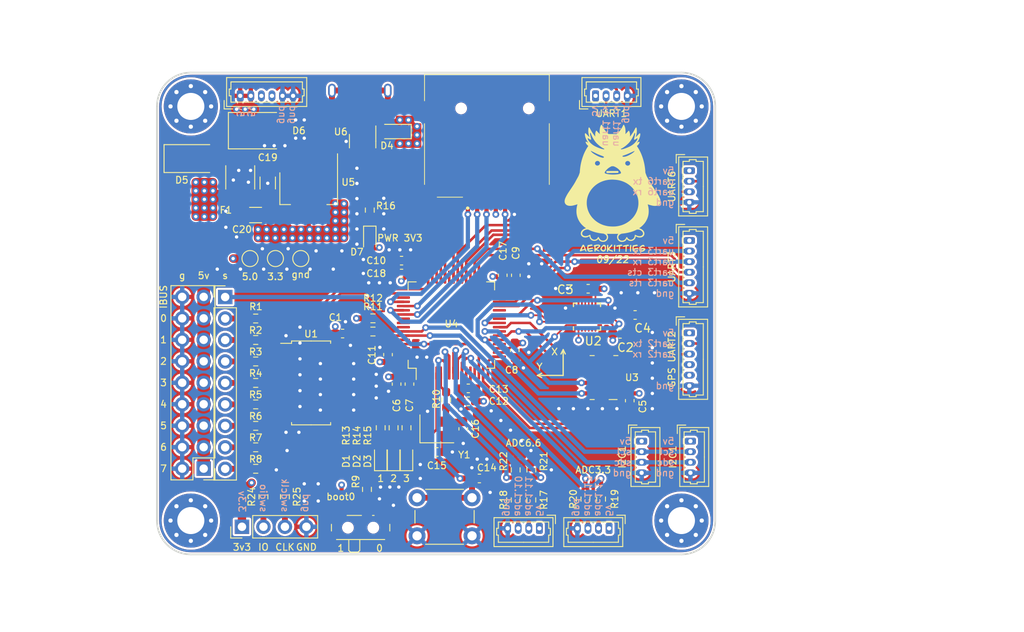
<source format=kicad_pcb>
(kicad_pcb (version 20211014) (generator pcbnew)
  (layers (0 "F.Cu" signal) (1 "In1.Cu" signal) (2 "In2.Cu" signal) (31 "B.Cu" signal) (34 "B.Paste" user) (35 "F.Paste" user) (36 "B.SilkS" user "B.Silkscreen") (37 "F.SilkS" user "F.Silkscreen") (38 "B.Mask" user) (39 "F.Mask" user) (44 "Edge.Cuts" user))
  (net 0 "")
  (net 1 "GND")
  (net 2 "+3V3")
  (net 3 "Net-(C4-Pad1)")
  (net 4 "RESET_MCU")
  (net 5 "HSE_IN_MCU")
  (net 6 "Net-(C16-Pad1)")
  (net 7 "VCAP1_MCU")
  (net 8 "VCAP2_MCU")
  (net 9 "+5V")
  (net 10 "Net-(D1-Pad2)")
  (net 11 "LED0")
  (net 12 "Net-(D2-Pad2)")
  (net 13 "LED1")
  (net 14 "Net-(D3-Pad2)")
  (net 15 "LED2")
  (net 16 "5V_CONN_INPUT")
  (net 17 "5V_USB_INPUT")
  (net 18 "PWM_5V")
  (net 19 "Net-(D7-Pad1)")
  (net 20 "SDIO_D2")
  (net 21 "SDIO_D3")
  (net 22 "SDIO_CMD")
  (net 23 "SDIO_CK")
  (net 24 "SDIO_D0")
  (net 25 "SDIO_D1")
  (net 29 "Net-(J3-Pad2)")
  (net 30 "Net-(J3-Pad3)")
  (net 31 "Net-(J4-Pad2)")
  (net 32 "Net-(J4-Pad3)")
  (net 33 "PWM_0")
  (net 34 "PWM_1")
  (net 35 "PWM_2")
  (net 36 "PWM_3")
  (net 37 "PWM_4")
  (net 38 "PWM_5")
  (net 39 "PWM_6")
  (net 40 "PWM_7")
  (net 41 "UART4_RX")
  (net 42 "UART3_TX")
  (net 43 "UART3_RX")
  (net 44 "UART3_CTS")
  (net 45 "UART3_RTS")
  (net 46 "UART6_TX")
  (net 47 "UART6_RX")
  (net 48 "UART1_TX")
  (net 49 "UART1_RX")
  (net 50 "UART2_TX")
  (net 51 "UART2_RX")
  (net 54 "I2C1_SCL")
  (net 55 "I2C1_SDA")
  (net 56 "Net-(J13-Pad2)")
  (net 57 "Net-(J13-Pad3)")
  (net 58 "USB_CONN_D-")
  (net 59 "USB_CONN_D+")
  (net 61 "unconnected-(J14-Pad6)")
  (net 62 "Net-(R1-Pad1)")
  (net 63 "Net-(R2-Pad1)")
  (net 64 "Net-(R3-Pad1)")
  (net 65 "Net-(R4-Pad1)")
  (net 66 "Net-(R5-Pad1)")
  (net 67 "Net-(R6-Pad1)")
  (net 68 "Net-(R7-Pad1)")
  (net 69 "Net-(R8-Pad1)")
  (net 70 "BOOT0_MCU")
  (net 71 "Net-(R9-Pad2)")
  (net 72 "HSE_OUT_MCU")
  (net 73 "ADC1_11")
  (net 74 "ADC1_10")
  (net 75 "ADC1_12")
  (net 76 "ADC1_13")
  (net 77 "USB_D-")
  (net 78 "SWDIO")
  (net 79 "SWCLK")
  (net 80 "USB_D+")
  (net 91 "SPI1_MISO")
  (net 92 "IMU_INT")
  (net 94 "SPI1_CS0")
  (net 95 "SPI1_SCK")
  (net 96 "SPI1_MOSI")
  (net 97 "SPI1_CS1")
  (net 98 "UART4_TX")
  (footprint "Package_SO:TSSOP-28_4.4x9.7mm_P0.65mm" (layer "F.Cu") (at 114.219 132.715)
    (fp_text reference "U1")
    (fp_text value "PCA9685PW")
  )
  (footprint "Capacitor_SMD:C_1206_3216Metric_Pad1.33x1.80mm_HandSolder" (layer "F.Cu") (at 107.6575 112.853 180)
    (fp_text reference "C20")
    (fp_text value "22u")
  )
  (footprint "Package_TO_SOT_SMD:SOT-23-6" (layer "F.Cu") (at 120.31 104.1075 -90)
    (fp_text reference "U6")
    (fp_text value "USBLC6-2SC6")
  )
  (footprint "Capacitor_SMD:C_0603_1608Metric_Pad1.08x0.95mm_HandSolder" (layer "F.Cu") (at 151.892 134.8175 -90)
    (fp_text reference "C5")
    (fp_text value "100n")
  )
  (footprint "LED_SMD:LED_0603_1608Metric_Pad1.05x0.95mm_HandSolder" (layer "F.Cu") (at 121.158 115.824 -90)
    (fp_text reference "D7")
    (fp_text value "LED")
  )
  (footprint "Logos:penguin_full_16" (layer "F.Cu") (at 149.447119 109.862664)
    (fp_text reference "G***" hide)
    (fp_text value "LOGO" hide)
  )
  (footprint "Capacitor_SMD:C_0603_1608Metric_Pad1.08x0.95mm_HandSolder" (layer "F.Cu") (at 152.5245 124.676)
    (fp_text reference "C4")
    (fp_text value "100n")
  )
  (footprint "TestPoint:TestPoint_Pad_D1.5mm" (layer "F.Cu") (at 110 118)
    (fp_text reference "TP2" hide)
    (fp_text value "TestPoint")
  )
  (footprint "Capacitor_SMD:C_0603_1608Metric_Pad1.08x0.95mm_HandSolder" (layer "F.Cu") (at 129.085 140.888)
    (fp_text reference "C15")
    (fp_text value "8p")
  )
  (footprint "MountingHole:MountingHole_3.2mm_M3_Pad_Via" (layer "F.Cu") (at 158 149)
    (fp_text reference "H1" hide)
    (fp_text value "MountingHole" hide)
  )
  (footprint "Resistor_SMD:R_0603_1608Metric_Pad0.98x0.95mm_HandSolder" (layer "F.Cu") (at 138.404 146.55775 90)
    (fp_text reference "R18")
    (fp_text value "10k")
  )
  (footprint "Button_Switch_THT:SW_PUSH_6mm_H5mm" (layer "F.Cu") (at 133.246 150.804 180)
    (fp_text reference "SW1" hide)
    (fp_text value "NRST")
  )
  (footprint "LED_SMD:LED_0603_1608Metric_Pad1.05x0.95mm_HandSolder" (layer "F.Cu") (at 123.973 141.4405 90)
    (fp_text reference "D2")
    (fp_text value "LED")
  )
  (footprint "Resistor_SMD:R_0603_1608Metric_Pad0.98x0.95mm_HandSolder" (layer "F.Cu") (at 107.669 140.335 180)
    (fp_text reference "R7")
    (fp_text value "22")
  )
  (footprint "Diode_SMD:D_SOD-323_HandSoldering" (layer "F.Cu") (at 124.161 102.972 180)
    (fp_text reference "D4")
    (fp_text value "SD103AWS")
  )
  (footprint "Connector_Molex:Molex_PicoBlade_53047-0410_1x04_P1.25mm_Vertical" (layer "F.Cu") (at 149.449 149.918 180)
    (fp_text reference "J4" hide)
    (fp_text value "ADC3.3 conn4")
  )
  (footprint "Resistor_SMD:R_0603_1608Metric_Pad0.98x0.95mm_HandSolder" (layer "F.Cu") (at 140.254 146.55775 90)
    (fp_text reference "R17")
    (fp_text value "10k")
  )
  (footprint "Resistor_SMD:R_0603_1608Metric_Pad0.98x0.95mm_HandSolder" (layer "F.Cu") (at 107.669 137.795 180)
    (fp_text reference "R6")
    (fp_text value "22")
  )
  (footprint "Connector_Molex:Molex_PicoBlade_53047-0410_1x04_P1.25mm_Vertical" (layer "F.Cu") (at 141.204 149.91775 180)
    (fp_text reference "J3" hide)
    (fp_text value "ADC6.6 conn4")
  )
  (footprint "Fuse:Fuse_1812_4532Metric_Pad1.30x3.40mm_HandSolder" (layer "F.Cu") (at 105.841 108.397 -90)
    (fp_text reference "F1")
    (fp_text value "MF-MSMFxxx")
  )
  (footprint "Capacitor_SMD:C_0603_1608Metric_Pad1.08x0.95mm_HandSolder" (layer "F.Cu") (at 138.423 119.9773 90)
    (fp_text reference "C17")
    (fp_text value "2.2u")
  )
  (footprint "Connector_Molex:Molex_PicoBlade_53047-0410_1x04_P1.25mm_Vertical" (layer "F.Cu") (at 153.294 139.603 -90)
    (fp_text reference "J12" hide)
    (fp_text value "I2C conn4")
  )
  (footprint "user_lib:LGA-8_3x5mm_P1.25mm_handsolder" (layer "F.Cu") (at 148.844 132.08 180)
    (fp_text reference "U3")
    (fp_text value "MS5611-01BA")
  )
  (footprint "Connector_Molex:Molex_PicoBlade_53047-0410_1x04_P1.25mm_Vertical" (layer "F.Cu") (at 159.062 139.603 -90)
    (fp_text reference "J11" hide)
    (fp_text value "I2C conn4")
  )
  (footprint "Resistor_SMD:R_0603_1608Metric_Pad0.98x0.95mm_HandSolder" (layer "F.Cu") (at 107.669 130.175 180)
    (fp_text reference "R3")
    (fp_text value "22")
  )
  (footprint "Resistor_SMD:R_0603_1608Metric_Pad0.98x0.95mm_HandSolder" (layer "F.Cu") (at 140.254 143.00175 90)
    (fp_text reference "R21")
    (fp_text value "10k")
  )
  (footprint "Connector_Molex:Molex_PicoBlade_53047-0610_1x06_P1.25mm_Vertical" (layer "F.Cu") (at 158.935 115.864 -90)
    (fp_text reference "J7" hide)
    (fp_text value "UART conn6")
  )
  (footprint "Connector_Molex:Molex_PicoBlade_53047-0410_1x04_P1.25mm_Vertical" (layer "F.Cu") (at 147.848 98.748)
    (fp_text reference "J9" hide)
    (fp_text value "UART conn4")
  )
  (footprint "Capacitor_SMD:C_0603_1608Metric_Pad1.08x0.95mm_HandSolder" (layer "F.Cu") (at 134.112 144.018)
    (fp_text reference "C14")
    (fp_text value "100n")
  )
  (footprint "TestPoint:TestPoint_Pad_D1.5mm" (layer "F.Cu") (at 113 118)
    (fp_text reference "TP3" hide)
    (fp_text value "TestPoint")
  )
  (footprint "Diode_SMD:D_SMB" (layer "F.Cu") (at 107.991 102.87)
    (fp_text reference "D6")
    (fp_text value "1SMB5919B")
  )
  (footprint "Connector_PinHeader_2.54mm:PinHeader_2x09_P2.54mm_Vertical" (layer "F.Cu") (at 101.519 142.855 180)
    (fp_text reference "J6" hide)
    (fp_text value "PWM_POWER")
  )
  (footprint "Capacitor_SMD:C_0603_1608Metric_Pad1.08x0.95mm_HandSolder" (layer "F.Cu") (at 146.9735 121.574 180)
    (fp_text reference "C3")
    (fp_text value "100n")
  )
  (footprint "Logos:name_8_1.4" (layer "F.Cu") (at 149.875241 116.713)
    (fp_text reference "G***" hide)
    (fp_text value "LOGO" hide)
  )
  (footprint "Resistor_SMD:R_0603_1608Metric_Pad0.98x0.95mm_HandSolder" (layer "F.Cu") (at 138.404 143.00175 90)
    (fp_text reference "R22")
    (fp_text value "10k")
  )
  (footprint "Resistor_SMD:R_0603_1608Metric_Pad0.98x0.95mm_HandSolder" (layer "F.Cu") (at 111.125 146.177 -90)
    (fp_text reference "R25")
    (fp_text value "22")
  )
  (footprint "Capacitor_SMD:C_0603_1608Metric_Pad1.08x0.95mm_HandSolder" (layer "F.Cu") (at 132.803 134.886)
    (fp_text reference "C13")
    (fp_text value "1u")
  )
  (footprint "Button_Switch_SMD:SW_SPDT_PCM12" (layer "F.Cu") (at 120.073 149.512)
    (fp_text reference "SW2" hide)
    (fp_text value "SW_SPDT")
  )
  (footprint "Capacitor_SMD:C_0603_1608Metric_Pad1.08x0.95mm_HandSolder" (layer "F.Cu") (at 138.296 128.869 90)
    (fp_text reference "C8")
    (fp_text value "100n")
  )
  (footprint "Capacitor_SMD:C_0603_1608Metric_Pad1.08x0.95mm_HandSolder" (layer "F.Cu") (at 132.206 138.148 -90)
    (fp_text reference "C16")
    (fp_text value "8p")
  )
  (footprint "Resistor_SMD:R_0603_1608Metric_Pad0.98x0.95mm_HandSolder" (layer "F.Cu") (at 122.449 138.021 -90)
    (fp_text reference "R13")
    (fp_text value "1k")
  )
  (footprint "Capacitor_SMD:C_0603_1608Metric_Pad1.08x0.95mm_HandSolder" (layer "F.Cu") (at 124.911 118.249 180)
    (fp_text reference "C18")
    (fp_text value "2.2u")
  )
  (footprint "user_lib:USB_MICRO_B_10118193_0001LF" (layer "F.Cu") (at 119.985 98.116 180)
    (fp_text reference "J14" hide)
    (fp_text value "USB_B_Micro")
  )
  (footprint "MountingHole:MountingHole_3.2mm_M3_Pad_Via" (layer "F.Cu") (at 100 100)
    (fp_text reference "H2" hide)
    (fp_text value "MountingHole" hide)
  )
  (footprint "TestPoint:TestPoint_Pad_D1.5mm" (layer "F.Cu") (at 107 118)
    (fp_text reference "TP1" hide)
    (fp_text value "TestPoint")
  )
  (footprint "Resistor_SMD:R_0603_1608Metric_Pad0.98x0.95mm_HandSolder" (layer "F.Cu") (at 107.669 132.715 180)
    (fp_text reference "R4")
    (fp_text value "22")
  )
  (footprint "Capacitor_SMD:C_0603_1608Metric_Pad1.08x0.95mm_HandSolder" (layer "F.Cu") (at 117.944 126.873 180)
    (fp_text reference "C1")
    (fp_text value "100n")
  )
  (footprint "Sensor_Motion:InvenSense_QFN-24_3x3mm_P0.4mm" (layer "F.Cu") (at 146.836 124.876 90)
    (fp_text reference "U2")
    (fp_text value "MPU-9250")
  )
  (footprint "Connector_Molex:Molex_PicoBlade_53047-0410_1x04_P1.25mm_Vertical" (layer "F.Cu") (at 158.935 107.599 -90)
    (fp_text reference "J8" hide)
    (fp_text value "UART conn4")
  )
  (footprint "Resistor_SMD:R_0603_1608Metric_Pad0.98x0.95mm_HandSolder" (layer "F.Cu") (at 121.5295 126.633 180)
    (fp_text reference "R11")
    (fp_text value "4.7k")
  )
  (footprint "Resistor_SMD:R_0603_1608Metric_Pad0.98x0.95mm_HandSolder" (layer "F.Cu") (at 146.649 146.4545 90)
    (fp_text reference "R20")
    (fp_text value "10k")
  )
  (footprint "Capacitor_SMD:C_0603_1608Metric_Pad1.08x0.95mm_HandSolder" (layer "F.Cu") (at 136.8736 119.9773 -90)
    (fp_text reference "C9")
    (fp_text value "100n")
  )
  (footprint "Package_QFP:LQFP-64_10x10mm_P0.5mm" (layer "F.Cu") (at 130.803 125.869 90)
    (fp_text reference "U4")
    (fp_text value "STM32F405RGTx")
  )
  (footprint "Resistor_SMD:R_0603_1608Metric_Pad0.98x0.95mm_HandSolder" (layer "F.Cu") (at 120.823 145.3115 -90)
    (fp_text reference "R9")
    (fp_text value "10k")
  )
  (footprint "Resistor_SMD:R_0603_1608Metric_Pad0.98x0.95mm_HandSolder" (layer "F.Cu") (at 107.669 142.875 180)
    (fp_text reference "R8")
    (fp_text value "22")
  )
  (footprint "Capacitor_SMD:C_0603_1608Metric_Pad1.08x0.95mm_HandSolder" (layer "F.Cu") (at 125.85 132.854 90)
    (fp_text reference "C7")
    (fp_text value "100n")
  )
  (footprint "Diode_SMD:D_SMA" (layer "F.Cu") (at 100.235 106.172)
    (fp_text reference "D5")
    (fp_text value "SS54")
  )
  (footprint "Resistor_SMD:R_0603_1608Metric_Pad0.98x0.95mm_HandSolder" (layer "F.Cu") (at 123.973 138.021 -90)
    (fp_text reference "R14")
    (fp_text value "1k")
  )
  (footprint "Resistor_SMD:R_0603_1608Metric_Pad0.98x0.95mm_HandSolder" (layer "F.Cu") (at 148.499 146.4545 90)
    (fp_text reference "R19")
    (fp_text value "10k")
  )
  (footprint "MountingHole:MountingHole_3.2mm_M3_Pad_Via" (layer "F.Cu") (at 100 149)
    (fp_text reference "H4" hide)
    (fp_text value "MountingHole" hide)
  )
  (footprint "Capacitor_SMD:C_0603_1608Metric_Pad1.08x0.95mm_HandSolder" (layer "F.Cu") (at 124.326 132.854 90)
    (fp_text reference "C6")
    (fp_text value "4.7u")
  )
  (footprint "Resistor_SMD:R_0603_1608Metric_Pad0.98x0.95mm_HandSolder" (layer "F.Cu") (at 121.5295 125.077 180)
    (fp_text reference "R12")
    (fp_text value "4.7k")
  )
  (footprint "Resistor_SMD:R_0603_1608Metric_Pad0.98x0.95mm_HandSolder" (layer "F.Cu") (at 107.669 125.095 180)
    (fp_text reference "R1")
    (fp_text value "22")
  )
  (footprint "Connector_Molex:Molex_PicoBlade_53047-0610_1x06_P1.25mm_Vertical" (layer "F.Cu") (at 158.935 126.796 -90)
    (fp_text reference "J10" hide)
    (fp_text value "UART conn6")
  )
  (footprint "Connector_PinHeader_2.54mm:PinHeader_1x04_P2.54mm_Vertical" (layer "F.Cu") (at 106.045 149.733 90)
    (fp_text reference "J13" hide)
    (fp_text value "SWD_CONN4")
  )
  (footprint "LED_SMD:LED_0603_1608Metric_Pad1.05x0.95mm_HandSolder" (layer "F.Cu") (at 122.449 141.4405 90)
    (fp_text reference "D1")
    (fp_text value "LED")
  )
  (footprint "Capacitor_SMD:C_1206_3216Metric_Pad1.33x1.80mm_HandSolder" (layer "F.Cu") (at 109.093 109.0595 90)
    (fp_text reference "C19")
    (fp_text value "22u")
  )
  (footprint "Resistor_SMD:R_0603_1608Metric_Pad0.98x0.95mm_HandSolder" (layer "F.Cu") (at 125.497 138.021 -90)
    (fp_text reference "R15")
    (fp_text value "1k")
  )
  (footprint "Capacitor_SMD:C_0603_1608Metric_Pad1.08x0.95mm_HandSolder" (layer "F.Cu") (at 123.31 129.369 -90)
    (fp_text reference "C11")
    (fp_text value "100n")
  )
  (footprint "Connector_Molex:Molex_PicoBlade_53047-0610_1x06_P1.25mm_Vertical" (layer "F.Cu") (at 105.841 98.748)
    (fp_text reference "J2" hide)
    (fp_text value "Power Conn6")
  )
  (footprint "Connector_PinHeader_2.54mm:PinHeader_1x09_P2.54mm_Vertical" (layer "F.Cu") (at 104.059 122.555)
    (fp_text reference "J5" hide)
    (fp_text value "PWM_SIG")
  )
  (footprint "MountingHole:MountingHole_3.2mm_M3_Pad_Via" (layer "F.Cu") (at 158 100)
    (fp_text reference "H3" hide)
    (fp_text value "MountingHole" hide)
  )
  (footprint "Resistor_SMD:R_0603_1608Metric_Pad0.98x0.95mm_HandSolder" (layer "F.Cu") (at 130.185 134.719 -90)
    (fp_text reference "R10")
    (fp_text value "0")
  )
  (footprint "Crystal:Crystal_SMD_3225-4Pin_3.2x2.5mm" (layer "F.Cu") (at 129.085 138.148)
    (fp_text reference "Y1")
    (fp_text value "X322516MLB4SI")
  )
  (footprint "Capacitor_SMD:C_0603_1608Metric_Pad1.08x0.95mm_HandSolder" (layer "F.Cu") (at 124.911 119.773)
    (fp_text reference "C10")
    (fp_text value "100n")
  )
  (footprint "LED_SMD:LED_0603_1608Metric_Pad1.05x0.95mm_HandSolder" (layer "F.Cu") (at 125.497 141.4405 90)
    (fp_text reference "D3")
    (fp_text value "LED")
  )
  (footprint "sd:TF15X15" (layer "F.Cu") (at 135.229 103.886 180)
    (fp_text reference "J1" hide)
    (fp_text value "Micro_SD_Card" hide)
  )
  (footprint "Capacitor_SMD:C_0603_1608Metric_Pad1.08x0.95mm_HandSolder" (layer "F.Cu") (at 132.803 133.362)
    (fp_text reference "C12")
    (fp_text value "100n")
  )
  (footprint "Resistor_SMD:R_0603_1608Metric_Pad0.98x0.95mm_HandSolder" (layer "F.Cu") (at 107.669 135.255 180)
    (fp_text reference "R5")
    (fp_text value "22")
  )
  (footprint "Capacitor_SMD:C_0603_1608Metric_Pad1.08x0.95mm_HandSolder" (layer "F.Cu") (at 150.7465 126.908)
    (fp_text reference "C2")
    (fp_text value "10n")
  )
  (footprint "Resistor_SMD:R_0603_1608Metric_Pad0.98x0.95mm_HandSolder" (layer "F.Cu") (at 107.669 127.635 180)
    (fp_text reference "R2")
    (fp_text value "22")
  )
  (footprint "Resistor_SMD:R_0603_1608Metric_Pad0.98x0.95mm_HandSolder" (layer "F.Cu") (at 108.585 146.177 -90)
    (fp_text reference "R24")
    (fp_text value "22")
  )
  (footprint "Package_TO_SOT_SMD:SOT-223-3_TabPin2" (layer "F.Cu") (at 113.933 109.703 -90)
    (fp_text reference "U5")
    (fp_text value "AMS1117-3.3")
  )
  (footprint "Resistor_SMD:R_0603_1608Metric_Pad0.98x0.95mm_HandSolder" (layer "F.Cu") (at 121.158 112.268 90)
    (fp_text reference "R16")
    (fp_text value "1k")
  )
  (gr_line (start 144.018 131.826) (end 144.018 128.778) (layer "F.SilkS") (width 0.15))
  (gr_line (start 144.018 128.778) (end 144.272 129.286) (layer "F.SilkS") (width 0.15))
  (gr_line (start 140.97 131.826) (end 141.478 132.08) (layer "F.SilkS") (width 0.15))
  (gr_line (start 140.97 131.826) (end 141.478 131.572) (layer "F.SilkS") (width 0.15))
  (gr_line (start 143.764 129.286) (end 144.018 128.778) (layer "F.SilkS") (width 0.15))
  (gr_line (start 140.97 131.826) (end 144.018 131.826) (layer "F.SilkS") (width 0.15))
  (gr_line locked (start 96 149) (end 96 100) (layer "Edge.Cuts") (width 0.2))
  (gr_line locked (start 100 96) (end 158 96) (layer "Edge.Cuts") (width 0.2))
  (gr_arc locked (start 158 96) (mid 160.828427 97.171573) (end 162 100) (layer "Edge.Cuts") (width 0.2))
  (gr_arc locked (start 96 100) (mid 97.171573 97.171573) (end 100 96) (layer "Edge.Cuts") (width 0.2))
  (gr_line locked (start 158 153) (end 100 153) (layer "Edge.Cuts") (width 0.2))
  (gr_arc locked (start 100 153) (mid 97.171573 151.828427) (end 96 149) (layer "Edge.Cuts") (width 0.2))
  (gr_line locked (start 162 100) (end 162 149) (layer "Edge.Cuts") (width 0.2))
  (gr_arc locked (start 162 149) (mid 160.828427 151.828427) (end 158 153) (layer "Edge.Cuts") (width 0.2))
  (gr_text "gnd" (at 137.454 148.59 270) (layer "B.SilkS") (effects (font (size 0.8 0.8) (thickness 0.13)) (justify left mirror)))
  (gr_text "uart6 tx" (at 157.226 108.849) (layer "B.SilkS") (effects (font (size 0.8 0.8) (thickness 0.13)) (justify left mirror)))
  (gr_text "5v" (at 157.226 107.599) (layer "B.SilkS") (effects (font (size 0.8 0.8) (thickness 0.13)) (justify left mirror)))
  (gr_text "5v" (at 105.841 101.346 270) (layer "B.SilkS") (effects (font (size 0.8 0.8) (thickness 0.13)) (justify left mirror)))
  (gr_text "5v" (at 149.449 148.59 270) (layer "B.SilkS") (effects (font (size 0.8 0.8) (thickness 0.13)) (justify left mirror)))
  (gr_text "gnd" (at 151.598 102.108 270) (layer "B.SilkS") (effects (font (size 0.8 0.8) (thickness 0.13)) (justify left mirror)))
  (gr_text "sdc" (at 152.146 142.103) (layer "B.SilkS") (effects (font (size 0.8 0.8) (thickness 0.13)) (justify left mirror)))
  (gr_text "gnd" (at 157.226 111.349) (layer "B.SilkS") (effects (font (size 0.8 0.8) (thickness 0.13)) (justify left mirror)))
  (gr_text "gnd" (at 152.146 143.353) (layer "B.SilkS") (effects (font (size 0.8 0.8) (thickness 0.13)) (justify left mirror)))
  (gr_text "uart3 rx" (at 157.226 118.364) (layer "B.SilkS") (effects (font (size 0.8 0.8) (thickness 0.13)) (justify left mirror)))
  (gr_text "gnd" (at 157.226 133.046) (layer "B.SilkS") (effects (font (size 0.8 0.8) (thickness 0.13)) (justify left mirror)))
  (gr_text "gnd" (at 113.665 148.082 270) (layer "B.SilkS") (effects (font (size 0.8 0.8) (thickness 0.13)) (justify left mirror)))
  (gr_text "5v" (at 107.091 101.346 270) (layer "B.SilkS") (effects (font (size 0.8 0.8) (thickness 0.13)) (justify left mirror)))
  (gr_text "gnd" (at 157.226 143.353) (layer "B.SilkS") (effects (font (size 0.8 0.8) (thickness 0.13)) (justify left mirror)))
  (gr_text "uart1 rx" (at 150.348 104.850857 270) (layer "B.SilkS") (effects (font (size 0.8 0.8) (thickness 0.13)) (justify left mirror)))
  (gr_text "gnd" (at 110.841 102.146 270) (layer "B.SilkS") (effects (font (size 0.8 0.8) (thickness 0.13)) (justify left mirror)))
  (gr_text "uart2 tx" (at 157.226 128.046) (layer "B.SilkS") (effects (font (size 0.8 0.8) (thickness 0.13)) (justify left mirror)))
  (gr_text "5v" (at 157.226 139.603) (layer "B.SilkS") (effects (font (size 0.8 0.8) (thickness 0.13)) (justify left mirror)))
  (gr_text "gnd" (at 112.091 102.146 270) (layer "B.SilkS") (effects (font (size 0.8 0.8) (thickness 0.13)) (justify left mirror)))
  (gr_text "adc1.10" (at 138.704 148.59 270) (layer "B.SilkS") (effects (font (size 0.8 0.8) (thickness 0.13)) (justify left mirror)))
  (gr_text "uart1 tx" (at 149.098 104.812761 270) (layer "B.SilkS") (effects (font (size 0.8 0.8) (thickness 0.13)) (justify left mirror)))
  (gr_text "5v" (at 157.226 126.796) (layer "B.SilkS") (effects (font (size 0.8 0.8) (thickness 0.13)) (justify left mirror)))
  (gr_text "swdio" (at 108.585 148.082 270) (layer "B.SilkS") (effects (font (size 0.8 0.8) (thickness 0.13)) (justify left mirror)))
  (gr_text "uart3 cts" (at 157.226 119.614) (layer "B.SilkS") (effects (font (size 0.8 0.8) (thickness 0.13)) (justify left mirror)))
  (gr_text "scl" (at 157.226 140.853) (layer "B.SilkS") (effects (font (size 0.8 0.8) (thickness 0.13)) (justify left mirror)))
  (gr_text "uart3 rts" (at 157.226 120.864) (layer "B.SilkS") (effects (font (size 0.8 0.8) (thickness 0.13)) (justify left mirror)))
  (gr_text "swdclk" (at 111.125 148.082 270) (layer "B.SilkS") (effects (font (size 0.8 0.8) (thickness 0.13)) (justify left mirror)))
  (gr_text "adc1.11" (at 139.954 148.59 270) (layer "B.SilkS") (effects (font (size 0.8 0.8) (thickness 0.13)) (justify left mirror)))
  (gr_text "sdc" (at 157.226 142.103) (layer "B.SilkS") (effects (font (size 0.8 0.8) (thickness 0.13)) (justify left mirror)))
  (gr_text "adc1.12" (at 148.199 148.59 270) (layer "B.SilkS") (effects (font (size 0.8 0.8) (thickness 0.13)) (justify left mirror)))
  (gr_text "5v" (at 141.204 148.59 270) (layer "B.SilkS") (effects (font (size 0.8 0.8) (thickness 0.13)) (justify left mirror)))
  (gr_text "gnd" (at 157.226 122.114) (layer "B.SilkS") (effects (font (size 0.8 0.8) (thickness 0.13)) (justify left mirror)))
  (gr_text "3.3v" (at 106.045 148.082 270) (layer "B.SilkS") (effects (font (size 0.8 0.8) (thickness 0.13)) (justify left mirror)))
  (gr_text "5v" (at 147.848 101.308 270) (layer "B.SilkS") (effects (font (size 0.8 0.8) (thickness 0.13)) (justify left mirror)))
  (gr_text "adc1.13" (at 146.949 148.59 270) (layer "B.SilkS") (effects (font (size 0.8 0.8) (thickness 0.13)) (justify left mirror)))
  (gr_text "uart6 rx" (at 157.226 110.099) (layer "B.SilkS") (effects (font (size 0.8 0.8) (thickness 0.13)) (justify left mirror)))
  (gr_text "scl" (at 152.146 140.853) (layer "B.SilkS") (effects (font (size 0.8 0.8) (thickness 0.13)) (justify left mirror)))
  (gr_text "uart3 tx" (at 157.226 117.114) (layer "B.SilkS") (effects (font (size 0.8 0.8) (thickness 0.13)) (justify left mirror)))
  (gr_text "uart2 rx" (at 157.226 129.296) (layer "B.SilkS") (effects (font (size 0.8 0.8) (thickness 0.13)) (justify left mirror)))
  (gr_text "5v" (at 157.226 115.864) (layer "B.SilkS") (effects (font (size 0.8 0.8) (thickness 0.13)) (justify left mirror)))
  (gr_text "5v" (at 152.146 139.603) (layer "B.SilkS") (effects (font (size 0.8 0.8) (thickness 0.13)) (justify left mirror)))
  (gr_text "gnd" (at 145.699 148.59 270) (layer "B.SilkS") (effects (font (size 0.8 0.8) (thickness 0.13)) (justify left mirror)))
  (gr_text "5v" (at 101.519 120.015) (layer "F.SilkS") (effects (font (size 0.8 0.8) (thickness 0.13))))
  (gr_text "X" (at 143.002 129.032) (layer "F.SilkS") (effects (font (size 0.8 0.8) (thickness 0.13))))
  (gr_text "g\n" (at 98.979 120.015) (layer "F.SilkS") (effects (font (size 0.8 0.8) (thickness 0.13))))
  (gr_text "gnd" (at 113 119.888) (layer "F.SilkS") (effects (font (size 0.8 0.8) (thickness 0.13))))
  (gr_text "0" (at 96.774 125.075) (layer "F.SilkS") (effects (font (size 0.8 0.8) (thickness 0.13))))
  (gr_text "5.0" (at 107 120.142) (layer "F.SilkS") (effects (font (size 0.8 0.8) (thickness 0.13))))
  (gr_text "I2C1" (at 151.003 141.478 90) (layer "F.SilkS") (effects (font (size 0.8 0.8) (thickness 0.13))))
  (gr_text "UART3" (at 156.864 118.989 90) (layer "F.SilkS") (effects (font (size 0.8 0.8) (thickness 0.13))))
  (gr_text "ADC6.6" (at 139.329 139.827) (layer "F.SilkS") (effects (font (size 0.8 0.8) (thickness 0.13))))
  (gr_text "1" (at 96.774 127.615) (layer "F.SilkS") (effects (font (size 0.8 0.8) (thickness 0.13))))
  (gr_text "UART1" (at 149.723 100.838) (layer "F.SilkS") (effects (font (size 0.8 0.8) (thickness 0.13))))
  (gr_text "GPS UART2" (at 156.864 129.921001 90) (layer "F.SilkS") (effects (font (size 0.8 0.8) (thickness 0.13))))
  (gr_text "3" (at 125.497 144.018) (layer "F.SilkS") (effects (font (size 0.8 0.8) (thickness 0.13))))
  (gr_text "IO" (at 108.585 152.146) (layer "F.SilkS") (effects (font (size 0.8 0.8) (thickness 0.13))))
  (gr_text "Y" (at 141.224 130.81) (layer "F.SilkS") (effects (font (size 0.8 0.8) (thickness 0.13))))
  (gr_text "UART6" (at 156.864 109.474 90) (layer "F.SilkS") (effects (font (size 0.8 0.8) (thickness 0.13))))
  (gr_text "3v3" (at 106.045 152.146) (layer "F.SilkS") (effects (font (size 0.8 0.8) (thickness 0.13))))
  (gr_text "I2C1" (at 156.991 141.478 90) (layer "F.SilkS") (effects (font (size 0.8 0.8) (thickness 0.13))))
  (gr_text "1" (at 122.449 144.018) (layer "F.SilkS") (effects (font (size 0.8 0.8) (thickness 0.13))))
  (gr_text "0" (at 122.301 152.273) (layer "F.SilkS") (effects (font (size 0.8 0.8) (thickness 0.13))))
  (gr_text "5" (at 96.774 137.775) (layer "F.SilkS") (effects (font (size 0.8 0.8) (thickness 0.13))))
  (gr_text "ADC3.3" (at 147.574 143.002) (layer "F.SilkS") (effects (font (size 0.8 0.8) (thickness 0.13))))
  (gr_text "09/22" (at 149.86 118.11) (layer "F.SilkS") (effects (font (size 0.8 0.8) (thickness 0.13) italic)))
  (gr_text "4" (at 96.774 135.235) (layer "F.SilkS") (effects (font (size 0.8 0.8) (thickness 0.13))))
  (gr_text "s" (at 104.059 120.015) (layer "F.SilkS") (effects (font (size 0.8 0.8) (thickness 0.13))))
  (gr_text "7" (at 96.774 142.855) (layer "F.SilkS") (effects (font (size 0.8 0.8) (thickness 0.13))))
  (gr_text "3" (at 96.774 132.695) (layer "F.SilkS") (effects (font (size 0.8 0.8) (thickness 0.13))))
  (gr_text "2" (at 123.973 144.018) (layer "F.SilkS") (effects (font (size 0.8 0.8) (thickness 0.13))))
  (gr_text "IBUS" (at 96.774 122.535 90) (layer "F.SilkS") (effects (font (size 0.8 0.8) (thickness 0.13))))
  (gr_text "6" (at 96.774 140.315) (layer "F.SilkS") (effects (font (size 0.8 0.8) (thickness 0.13))))
  (gr_text "GND" (at 113.665 152.146) (layer "F.SilkS") (effects (font (size 0.8 0.8) (thickness 0.13))))
  (gr_text "3.3" (at 110 120.142) (layer "F.SilkS") (effects (font (size 0.8 0.8) (thickness 0.13))))
  (gr_text "PWR 3V3" (at 124.714 115.57) (layer "F.SilkS") (effects (font (size 0.8 0.8) (thickness 0.13))))
  (gr_text "boot0" (at 117.729 146.177) (layer "F.SilkS") (effects (font (size 0.8 0.8) (thickness 0.13))))
  (gr_text "2" (at 96.774 130.155) (layer "F.SilkS") (effects (font (size 0.8 0.8) (thickness 0.13))))
  (gr_text "1" (at 117.729 152.273) (layer "F.SilkS") (effects (font (size 0.8 0.8) (thickness 0.13))))
  (gr_text "CLK" (at 111.125 152.146) (layer "F.SilkS") (effects (font (size 0.8 0.8) (thickness 0.13))))
  (segment (start 127.985 137.298) (end 127.985 136.073) (width 0.7) (layer "F.Cu") (net 1))
  (segment (start 145.836 123.376) (end 145.836 122.976) (width 0.2) (layer "F.Cu") (net 1))
  (segment (start 136.478 129.119) (end 137.6835 129.119) (width 0.3) (layer "F.Cu") (net 1))
  (segment (start 120.31 102.97) (end 120.31 103.639607) (width 0.3) (layer "F.Cu") (net 1))
  (segment (start 123.9225 129.119) (end 123.31 128.5065) (width 0.3) (layer "F.Cu") (net 1))
  (segment (start 137.6835 129.119) (end 138.296 129.7315) (width 0.3) (layer "F.Cu") (net 1))
  (segment (start 145.836 122.976) (end 145.542 122.682) (width 0.2) (layer "F.Cu") (net 1))
  (segment (start 124.326 133.7165) (end 123.3835 133.7165) (width 0.7) (layer "F.Cu") (net 1))
  (segment (start 119.809607 104.14) (end 118.364 104.14) (width 0.3) (layer "F.Cu") (net 1))
  (segment (start 129.9475 140.888) (end 129.9475 139.2355) (width 0.7) (layer "F.Cu") (net 1))
  (segment (start 144.712 124.276) (end 144.296 123.86) (width 0.2) (layer "F.Cu") (net 1))
  (segment (start 132.206 139.0105) (end 132.206 139.872) (width 0.7) (layer "F.Cu") (net 1))
  (segment (start 125.128 129.119) (end 123.9225 129.119) (width 0.3) (layer "F.Cu") (net 1))
  (segment (start 149.722 124.276) (end 148.336 124.276) (width 0.2) (layer "F.Cu") (net 1))
  (segment (start 131.9405 134.886) (end 131.9405 135.8005) (width 0.7) (layer "F.Cu") (net 1))
  (segment (start 120.31 103.639607) (end 119.809607 104.14) (width 0.3) (layer "F.Cu") (net 1))
  (segment (start 122.347 128.5065) (end 123.31 128.5065) (width 0.7) (layer "F.Cu") (net 1))
  (segment (start 125.85 133.7165) (end 124.326 133.7165) (width 0.7) (layer "F.Cu") (net 1))
  (segment (start 131.9405 133.362) (end 131.9405 134.886) (width 0.7) (layer "F.Cu") (net 1))
  (segment (start 130.185 138.998) (end 132.1935 138.998) (width 0.7) (layer "F.Cu") (net 1))
  (segment (start 132.1935 138.998) (end 132.206 139.0105) (width 0.7) (layer "F.Cu") (net 1))
  (segment (start 123.3835 133.7165) (end 123.37 133.703) (width 0.7) (layer "F.Cu") (net 1))
  (segment (start 132.553 132.7495) (end 131.9405 133.362) (width 0.3) (layer "F.Cu") (net 1))
  (segment (start 145.336 124.276) (end 144.712 124.276) (width 0.2) (layer "F.Cu") (net 1))
  (segment (start 132.553 131.544) (end 132.553 132.7495) (width 0.3) (layer "F.Cu") (net 1))
  (segment (start 129.9475 140.888) (end 130.917 140.888) (width 0.7) (layer "F.Cu") (net 1))
  (segment (start 138.254 112.776) (end 138.254 110.836) (width 0.5) (layer "F.Cu") (net 1))
  (segment (start 129.9475 139.2355) (end 130.185 138.998) (width 0.7) (layer "F.Cu") (net 1))
  (segment (start 150.138 123.86) (end 149.722 124.276) (width 0.2) (layer "F.Cu") (net 1))
  (via (at 105.8672 119.253) (size 0.8) (drill 0.4) (layers "F.Cu" "B.Cu") (net 1))
  (via (at 133.223 142.748) (size 0.8) (drill 0.4) (layers "F.Cu" "B.Cu") (net 1))
  (via (at 150.368 135.763) (size 0.8) (drill 0.4) (layers "F.Cu" "B.Cu") (net 1))
  (via (at 111.506 116.84) (size 0.8) (drill 0.4) (layers "F.Cu" "B.Cu") (net 1))
  (via (at 121.031 120.8695) (size 0.8) (drill 0.4) (layers "F.Cu" "B.Cu") (net 1))
  (via (at 112.903 127.9906) (size 0.8) (drill 0.4) (layers "F.Cu" "B.Cu") (net 1))
  (via (at 125.984 116.967) (size 0.8) (drill 0.4) (layers "F.Cu" "B.Cu") (net 1))
  (via (at 110.109 143.002) (size 0.8) (drill 0.4) (layers "F.Cu" "B.Cu") (net 1))
  (via (at 115.316 135.926284) (size 0.8) (drill 0.4) (layers "F.Cu" "B.Cu") (net 1))
  (via (at 112.903 131.7498) (size 0.8) (drill 0.4) (layers "F.Cu" "B.Cu") (net 1))
  (via (at 119.253 134.093856) (size 0.8) (drill 0.4) (layers "F.Cu" "B.Cu") (net 1))
  (via (at 105.664 107.569) (size 0.8) (drill 0.4) (layers "F.Cu" "B.Cu") (net 1))
  (via (at 122.347 128.5065) (size 0.8) (drill 0.4) (layers "F.Cu" "B.Cu") (net 1))
  (via (at 115.062 144.653) (size 0.8) (drill 0.4) (layers "F.Cu" "B.Cu") (net 1))
  (via (at 154.559 126.746) (size 0.8) (drill 0.4) (layers "F.Cu" "B.Cu") (net 1))
  (via (at 136.652 137.16) (size 0.8) (drill 0.4) (layers "F.Cu" "B.Cu") (net 1))
  (via (at 115.316 134.093856) (size 0.8) (drill 0.4) (layers "F.Cu" "B.Cu") (net 1))
  (via (at 113.411 144.653) (size 0.8) (drill 0.4) (layers "F.Cu" "B.Cu") (net 1))
  (via (at 117.856 117.094) (size 0.8) (drill 0.4) (layers "F.Cu" "B.Cu") (net 1))
  (via (at 109.093 109.093) (size 0.8) (drill 0.4) (layers "F.Cu" "B.Cu") (net 1))
  (via (at 112.903 129.8702) (size 0.8) (drill 0.4) (layers "F.Cu" "B.Cu") (net 1))
  (via (at 122.428 145.034) (size 0.8) (drill 0.4) (layers "F.Cu" "B.Cu") (net 1))
  (via (at 132.206 139.872) (size 0.8) (drill 0.4) (layers "F.Cu" "B.Cu") (net 1))
  (via (at 119.253 135.926284) (size 0.8) (drill 0.4) (layers "F.Cu" "B.Cu") (net 1))
  (via (at 123.37 133.703) (size 0.8) (drill 0.4) (layers "F.Cu" "B.Cu") (net 1))
  (via (at 154.559 128.5494) (size 0.8) (drill 0.4) (layers "F.Cu" "B.Cu") (net 1))
  (via (at 150.876 122.047) (size 0.8) (drill 0.4) (layers "F.Cu" "B.Cu") (net 1))
  (via (at 130.917 140.888) (size 0.8) (drill 0.4) (layers "F.Cu" "B.Cu") (net 1))
  (via (at 133.858 141.732) (size 0.8) (drill 0.4) (layers "F.Cu" "B.Cu") (net 1))
  (via (at 108.458 116.84) (size 0.8) (drill 0.4) (layers "F.Cu" "B.Cu") (net 1))
  (via (at 119.634 110.907284) (size 0.8) (drill 0.4) (layers "F.Cu" "B.Cu") (net 1))
  (via (at 114.0968 119.253) (size 0.8) (drill 0.4) (layers "F.Cu" "B.Cu") (net 1))
  (via (at 135.001 141.732) (size 0.8) (drill 0.4) (layers "F.Cu" "B.Cu") (net 1))
  (via (at 138.254 112.776) (size 0.8) (drill 0.4) (layers "F.Cu" "B.Cu") (net 1))
  (via (at 139.319 130.937) (size 0.8) (drill 0.4) (layers "F.Cu" "B.Cu") (net 1))
  (via (at 119.253 132.261428) (size 0.8) (drill 0.4) (layers "F.Cu" "B.Cu") (net 1))
  (via (at 127.985 136.073) (size 0.8) (drill 0.4) (layers "F.Cu" "B.Cu") (net 1))
  (via (at 104.14 112.395) (size 0.8) (drill 0.4) (layers "F.Cu" "B.Cu") (net 1))
  (via (at 139.954 118.618) (size 0.8) (drill 0.4) (layers "F.Cu" "B.Cu") (net 1))
  (via (at 139.065 139.573) (size 0.8) (drill 0.4) (layers "F.Cu" "B.Cu") (net 1))
  (via (at 126.746 129.667) (size 0.8) (drill 0.4) (layers "F.Cu" "B.Cu") (net 1))
  (via (at 154.559 135.763) (size 0.8) (drill 0.4) (layers "F.Cu" "B.Cu") (net 1))
  (via (at 150.138 123.86) (size 0.8) (drill 0.4) (layers "F.Cu" "B.Cu") (net 1))
  (via (at 111.252 138.557) (size 0.8) (drill 0.4) (layers "F.Cu" "B.Cu") (net 1))
  (via (at 122.809 110.871) (size 0.8) (drill 0.4) (layers "F.Cu" "B.Cu") (net 1))
  (via (at 135.509 136.017) (size 0.8) (drill 0.4) (layers "F.Cu" "B.Cu") (net 1))
  (via (at 122.301 120.8695) (size 0.8) (drill 0.4) (layers "F.Cu" "B.Cu") (net 1))
  (via (at 124.714 116.967) (size 0.8) (drill 0.4) (layers "F.Cu" "B.Cu") (net 1))
  (via (at 114.808 117.094) (size 0.8) (drill 0.4) (layers "F.Cu" "B.Cu") (net 1))
  (via (at 124.587 145.034) (size 0.8) (drill 0.4) (layers "F.Cu" "B.Cu") (net 1))
  (via (at 118.364 104.14) (size 0.8) (drill 0.4) (layers "F.Cu" "B.Cu") (net 1))
  (via (at 118.872 128.27) (size 0.8) (drill 0.4) (layers "F.Cu" "B.Cu") (net 1))
  (via (at 112.903 135.509) (size 0.8) (drill 0.4) (layers "F.Cu" "B.Cu") (net 1))
  (via (at 142.621 143.002) (size 0.8) (drill 0.4) (layers "F.Cu" "B.Cu") (net 1))
  (via (at 121.92 134.493) (size 0.8) (drill 0.4) (layers "F.Cu" "B.Cu") (net 1))
  (via (at 119.253 130.429) (size 0.8) (drill 0.4) (layers "F.Cu" "B.Cu") (net 1))
  (via (at 120.396 118.11) (size 0.8) (drill 0.4) (layers "F.Cu" "B.Cu") (net 1))
  (via (at 135.382 145.669) (size 0.8) (drill 0.4) (layers "F.Cu" "B.Cu") (net 1))
  (via (at 121.92 133.096) (size 0.8) (drill 0.4) (layers "F.Cu" "B.Cu") (net 1))
  (via (at 121.92 131.699) (size 0.8) (drill 0.4) (layers "F.Cu" "B.Cu") (net 1))
  (via (at 112.903 133.6294) (size 0.8) (drill 0.4) (layers "F.Cu" "B.Cu") (net 1))
  (via (at 106.807 108.966) (size 0.8) (drill 0.4) (layers "F.Cu" "B.Cu") (net 1))
  (via (at 148.6535 135.763) (size 0.8) (drill 0.4) (layers "F.Cu" "B.Cu") (net 1))
  (via (at 127.127 144.018) (size 0.8) (drill 0.4) (layers "F.Cu" "B.Cu") (net 1))
  (via (at 122.809 114.499568) (size 0.8) (drill 0.4) (layers "F.Cu" "B.Cu") (net 1))
  (via (at 119.634 116.29571) (size 0.8) (drill 0.4) (layers "F.Cu" "B.Cu") (net 1))
  (via (at 105.029 108.712) (size 0.8) (drill 0.4) (layers "F.Cu" "B.Cu") (net 1))
  (via (at 111.252 127.127) (size 0.8) (drill 0.4) (layers "F.Cu" "B.Cu") (net 1))
  (via (at 113.411 101.6) (size 0.8) (drill 0.4) (layers "F.Cu" "B.Cu") (net 1))
  (via (at 107.061 107.569) (size 0.8) (drill 0.4) (layers "F.Cu" "B.Cu") (net 1))
  (via (at 108.6104 119.253) (size 0.8) (drill 0.4) (layers "F.Cu" "B.Cu") (net 1))
  (via (at 123.952 147.193) (size 0.8) (drill 0.4) (layers "F.Cu" "B.Cu") (net 1))
  (via (at 154.559 133.9596) (size 0.8) (drill 0.4) (layers "F.Cu" "B.Cu") (net 1))
  (via (at 137.795 138.303) (size 0.8) (drill 0.4) (layers "F.Cu" "B.Cu") (net 1))
  (via (at 154.559 130.3528) (size 0.8) (drill 0.4) (layers "F.Cu" "B.Cu") (net 1))
  (via (at 154.559 132.1562) (size 0.8) (drill 0.4) (layers "F.Cu" "B.Cu") (net 1))
  (via (at 112.903 126.111) (size 0.8) (drill 0.4) (layers "F.Cu" "B.Cu") (net 1))
  (via (at 108.712 104.648) (size 0.8) (drill 0.4) (layers "F.Cu" "B.Cu") (net 1))
  (via (at 143.51 135.763) (size 0.8) (drill 0.4) (layers "F.Cu" "B.Cu") (net 1))
  (via (at 112.395 101.6) (size 0.8) (drill 0.4) (layers "F.Cu" "B.Cu") (net 1))
  (via (at 123.571 120.8695) (size 0.8) (drill 0.4) (layers "F.Cu" "B.Cu") (net 1))
  (via (at 105.41 115.443) (size 0.8) (drill 0.4) (layers "F.Cu" "B.Cu") (net 1))
  (via (at 127.127 142.367) (size 0.8) (drill 0.4) (layers "F.Cu" "B.Cu") (net 1))
  (via (at 123.444 116.967) (size 0.8) (drill 0.4) (layers "F.Cu" "B.Cu") (net 1))
  (via (at 119.634 107.315) (size 0.8) (drill 0.4) (layers "F.Cu" "B.Cu") (net 1))
  (via (at 111.125 104.648) (size 0.8) (drill 0.4) (layers "F.Cu" "B.Cu") (net 1))
  (via (at 139.954 129.100624) (size 0.8) (drill 0.4) (layers "F.Cu" "B.Cu") (net 1))
  (via (at 140.208 140.716) (size 0.8) (drill 0.4) (layers "F.Cu" "B.Cu") (net 1))
  (via (at 146.939 135.763) (size 0.8) (drill 0.4) (layers "F.Cu" "B.Cu") (net 1))
  (via (at 109.855 104.648) (size 0.8) (drill 0.4) (layers "F.Cu" "B.Cu") (net 1))
  (via (at 118.283 125.476) (size 0.8) (drill 0.4) (layers "F.Cu" "B.Cu") (net 1))
  (via (at 154.813 122.047) (size 0.8) (drill 0.4) (layers "F.Cu" "B.Cu") (net 1))
  (via (at 115.062 146.685) (size 0.8) (drill 0.4) (layers "F.Cu" "B.Cu") (net 1))
  (via (at 104.14 114.3) (size 0.8) (drill 0.4) (layers "F.Cu" "B.Cu") (net 1))
  (via (at 111.379 140.716) (size 0.8) (drill 0.4) (layers "F.Cu" "B.Cu") (net 1))
  (via (at 123.528666 145.034) (size 0.8) (drill 0.4) (layers "F.Cu" "B.Cu") (net 1))
  (via (at 143.129 121.539) (size 0.8) (drill 0.4) (layers "F.Cu" "B.Cu") (net 1))
  (via (at 119.634 109.111142) (size 0.8) (drill 0.4) (layers "F.Cu" "B.Cu") (net 1))
  (via (at 122.301 146.431) (size 0.8) (drill 0.4) (layers "F.Cu" "B.Cu") (net 1))
  (via (at 127.889 129.667) (size 0.8) (drill 0.4) (layers "F.Cu" "B.Cu") (net 1))
  (via (at 144.296 123.86) (size 0.8) (drill 0.4) (layers "F.Cu" "B.Cu") (net 1))
  (via (at 120.396 119.761) (size 0.8) (drill 0.4) (layers "F.Cu" "B.Cu") (net 1))
  (via (at 141.478 118.618) (size 0.8) (drill 0.4) (layers "F.Cu" "B.Cu") (net 1))
  (via (at 152.8445 122.047) (size 0.8) (drill 0.4) (layers "F.Cu" "B.Cu") (net 1))
  (via (at 113.411 103.759) (size 0.8) (drill 0.4) (layers "F.Cu" "B.Cu") (net 1))
  (via (at 112.395 103.759) (size 0.8) (drill 0.4) (layers "F.Cu" "B.Cu") (net 1))
  (via (at 111.3536 119.253) (size 0.8) (drill 0.4) (layers "F.Cu" "B.Cu") (net 1))
  (via (at 115.316 130.429) (size 0.8) (drill 0.4) (layers "F.Cu" "B.Cu") (net 1))
  (via (at 113.411 146.685) (size 0.8) (drill 0.4) (layers "F.Cu" "B.Cu") (net 1))
  (via (at 115.316 132.261428) (size 0.8) (drill 0.4) (layers "F.Cu" "B.Cu") (net 1))
  (via (at 122.809 112.703426) (size 0.8) (drill 0.4) (layers "F.Cu" "B.Cu") (net 1))
  (via (at 145.2245 135.763) (size 0.8) (drill 0.4) (layers "F.Cu" "B.Cu") (net 1))
  (via (at 131.9405 135.8005) (size 0.8) (drill 0.4) (layers "F.Cu" "B.Cu") (net 1))
  (via (at 119.634 112.703426) (size 0.8) (drill 0.4) (layers "F.Cu" "B.Cu") (net 1))
  (via (at 103.124 119.253) (size 0.8) (drill 0.4) (layers "F.Cu" "B.Cu") (net 1))
  (via (at 116.84 119.253) (size 0.8) (drill 0.4) (layers "F.Cu" "B.Cu") (net 1))
  (via (at 112.776 138.557) (size 0.8) (drill 0.4) (layers "F.Cu" "B.Cu") (net 1))
  (via (at 119.634 114.499568) (size 0.8) (drill 0.4) (layers "F.Cu" "B.Cu") (net 1))
  (via (at 144.526 121.539) (size 0.8) (drill 0.4) (layers "F.Cu" "B.Cu") (net 1))
  (via (at 139.954 120.142) (size 0.8) (drill 0.4) (layers "F.Cu" "B.Cu") (net 1))
  (segment (start 117.0815 128.49) (end 117.0815 126.873) (width 0.5) (layer "F.Cu") (net 2))
  (segment (start 117.0815 126.873) (end 117.0815 126.0425) (width 0.5) (layer "F.Cu") (net 2))
  (segment (start 136.054 112.776) (end 136.054 110.836) (width 0.5) (layer "F.Cu") (net 2))
  (segment (start 110 115.588) (end 109.982 115.57) (width 1) (layer "F.Cu") (net 2))
  (segment (start 122.347 130.2315) (end 123.31 130.2315) (width 0.7) (layer "F.Cu") (net 2))
  (segment (start 110 118) (end 110 115.588) (width 1) (layer "F.Cu") (net 2))
  (segment (start 151.892 133.955) (end 153.005 133.955) (width 0.5) (layer "F.Cu") (net 2))
  (segment (start 136.8736 120.8398) (end 136.6958 120.8398) (width 0.5) (layer "F.Cu") (net 2))
  (segment (start 133.053 131.544) (end 133.053 132.7495) (width 0.3) (layer "F.Cu") (net 2))
  (segment (start 147.836 123.376) (end 147.836 121.574) (width 0.2) (layer "F.Cu") (net 2))
  (segment (start 136.478 128.619) (end 137.6835 128.619) (width 0.3) (layer "F.Cu") (net 2))
  (segment (start 123.9225 129.619) (end 123.31 130.2315) (width 0.3) (layer "F.Cu") (net 2))
  (segment (start 136.478 121.972) (end 136.478 122.119) (width 0.3) (layer "F.Cu") (net 2))
  (segment (start 150.169 133.955) (end 151.892 133.955) (width 0.5) (layer "F.Cu") (net 2))
  (segment (start 138.296 128.0065) (end 139.2265 128.0065) (width 0.7) (layer "F.Cu") (net 2))
  (segment (start 149.884 126.908) (end 149.884 127.67) (width 0.7) (layer "F.Cu") (net 2))
  (segment (start 145.836 126.376) (end 145.836 127.654) (width 0.2) (layer "F.Cu") (net 2))
  (segment (start 135.689 120.114) (end 136.1478 120.114) (width 0.5) (layer "F.Cu") (net 2))
  (segment (start 124.326 131.9915) (end 125.85 131.9915) (width 0.7) (layer "F.Cu") (net 2))
  (segment (start 149.468 125.476) (end 149.884 125.892) (width 0.2) (layer "F.Cu") (net 2))
  (segment (start 126.2975 131.544) (end 125.85 131.9915) (width 0.3) (layer "F.Cu") (net 2))
  (segment (start 124.326 131.9915) (end 123.37 131.9915) (width 0.7) (layer "F.Cu") (net 2))
  (segment (start 148.336 125.476) (end 149.468 125.476) (width 0.2) (layer "F.Cu") (net 2))
  (segment (start 125.7735 119.773) (end 125.743 119.773) (width 0.7) (layer "F.Cu") (net 2))
  (segment (start 106.045 145.669) (end 107.188 144.526) (width 1) (layer "F.Cu") (net 2))
  (segment (start 113.933 106.553) (end 113.933 112.853) (width 1.5) (layer "F.Cu") (net 2))
  (segment (start 133.6655 133.362) (end 133.6655 134.886) (width 0.7) (layer "F.Cu") (net 2))
  (segment (start 147.836 121.574) (end 148.868 121.574) (width 0.7) (layer "F.Cu") (net 2))
  (segment (start 127.053 120.194) (end 126.1945 120.194) (width 0.3) (layer "F.Cu") (net 2))
  (segment (start 117.823 148.082) (end 117.823 144.78) (width 0.5) (layer "F.Cu") (net 2))
  (segment (start 125.128 129.619) (end 123.9225 129.619) (width 0.3) (layer "F.Cu") (net 2))
  (segment (start 124.887627 120.650744) (end 124.895756 120.650744) (width 0.5) (layer "F.Cu") (net 2))
  (segment (start 139.2265 128.0065) (end 139.245 127.988) (width 0.7) (layer "F.Cu") (net 2))
  (segment (start 133.053 132.7495) (end 133.6655 133.362) (width 0.3) (layer "F.Cu") (net 2))
  (segment (start 106.045 149.733) (end 106.045 145.669) (width 1) (layer "F.Cu") (net 2))
  (segment (start 120.617 125.077) (end 120.617 126.633) (width 0.7) (layer "F.Cu") (net 2))
  (segment (start 121.158 116.699) (end 122.287 116.699) (width 0.7) (layer "F.Cu") (net 2))
  (segment (start 149.884 125.892) (end 149.884 126.908) (width 0.2) (layer "F.Cu") (net 2))
  (segment (start 133.6655 134.886) (end 134.613 134.886) (width 0.7) (layer "F.Cu") (net 2))
  (segment (start 120.617 125.077) (end 119.577 125.077) (width 0.7) (layer "F.Cu") (net 2))
  (segment (start 124.895756 120.650744) (end 125.7735 119.773) (width 0.5) (layer "F.Cu") (net 2))
  (segment (start 137.6835 128.619) (end 138.296 128.0065) (width 0.3) (layer "F.Cu") (net 2))
  (segment (start 136.1478 120.114) (end 136.8736 120.8398) (width 0.5) (layer "F.Cu") (net 2))
  (segment (start 127.053 131.544) (end 126.2975 131.544) (width 0.3) (layer "F.Cu") (net 2))
  (segment (start 126.1945 120.194) (end 125.7735 119.773) (width 0.3) (layer "F.Cu") (net 2))
  (segment (start 136.8736 121.5764) (end 136.478 121.972) (width 0.3) (layer "F.Cu") (net 2))
  (segment (start 136.8736 120.8398) (end 136.8736 121.5764) (width 0.3) (layer "F.Cu") (net 2))
  (via (at 117.094 112.522) (size 0.8) (drill 0.4) (layers "F.Cu" "B.Cu") (net 2))
  (via (at 124.887627 120.650744) (size 0.8) (drill 0.4) (layers "F.Cu" "B.Cu") (net 2))
  (via (at 118.11 112.522) (size 0.8) (drill 0.4) (layers "F.Cu" "B.Cu") (net 2))
  (via (at 118.11 114.554) (size 0.8) (drill 0.4) (layers "F.Cu" "B.Cu") (net 2))
  (via (at 119.577 125.077) (size 0.8) (drill 0.4) (layers "F.Cu" "B.Cu") (net 2))
  (via (at 107.188 144.526) (size 0.8) (drill 0.4) (layers "F.Cu" "B.Cu") (net 2))
  (via (at 134.613 134.886) (size 0.8) (drill 0.4) (layers "F.Cu" "B.Cu") (net 2))
  (via (at 107.95 114.554) (size 0.8) (drill 0.4) (layers "F.Cu" "B.Cu") (net 2))
  (via (at 117.094 113.538) (size 0.8) (drill 0.4) (layers "F.Cu" "B.Cu") (net 2))
  (via (at 109.982 115.57) (size 0.8) (drill 0.4) (layers "F.Cu" "B.Cu") (net 2))
  (via (at 117.0815 126.0425) (size 0.8) (drill 0.4) (layers "F.Cu" "B.Cu") (net 2))
  (via (at 112.014 114.554) (size 0.8) (drill 0.4) (layers "F.Cu" "B.Cu") (net 2))
  (via (at 123.37 131.9915) (size 0.8) (drill 0.4) (layers "F.Cu" "B.Cu") (net 2))
  (via (at 113.03 114.554) (size 0.8) (drill 0.4) (layers "F.Cu" "B.Cu") (net 2))
  (via (at 112.014 115.57) (size 0.8) (drill 0.4) (layers "F.Cu" "B.Cu") (net 2))
  (via (at 108.966 114.554) (size 0.8) (drill 0.4) (layers "F.Cu" "B.Cu") (net 2))
  (via (at 136.054 112.776) (size 0.8) (drill 0.4) (layers "F.Cu" "B.Cu") (net 2))
  (via (at 139.245 127.988) (size 0.8) (drill 0.4) (layers "F.Cu" "B.Cu") (net 2))
  (via (at 149.884 127.67) (size 0.8) (drill 0.4) (layers "F.Cu" "B.Cu") (net 2))
  (via (at 110.998 115.57) (size 0.8) (drill 0.4) (layers "F.Cu" "B.Cu") (net 2))
  (via (at 153.005 133.955) (size 0.8) (drill 0.4) (layers "F.Cu" "B.Cu") (net 2))
  (via (at 116.078 115.57) (size 0.8) (drill 0.4) (layers "F.Cu" "B.Cu") (net 2))
  (via (at 114.046 114.554) (size 0.8) (drill 0.4) (layers "F.Cu" "B.Cu") (net 2))
  (via (at 117.094 111.506) (size 0.8) (drill 0.4) (layers "F.Cu" "B.Cu") (net 2))
  (via (at 148.868 121.574) (size 0.8) (drill 0.4) (layers "F.Cu" "B.Cu") (net 2))
  (via (at 118.11 111.506) (size 0.8) (drill 0.4) (layers "F.Cu" "B.Cu") (net 2))
  (via (at 117.094 115.57) (size 0.8) (drill 0.4) (layers "F.Cu" "B.Cu") (net 2))
  (via (at 122.347 130.2315) (size 0.8) (drill 0.4) (layers "F.Cu" "B.Cu") (net 2))
  (via (at 117.823 144.78) (size 0.8) (drill 0.4) (layers "F.Cu" "B.Cu") (net 2))
  (via (at 122.287 116.699) (size 0.8) (drill 0.4) (layers "F.Cu" "B.Cu") (net 2))
  (via (at 110.998 114.554) (size 0.8) (drill 0.4) (layers "F.Cu" "B.Cu") (net 2))
  (via (at 115.062 114.554) (size 0.8) (drill 0.4) (layers "F.Cu" "B.Cu") (net 2))
  (via (at 114.046 115.57) (size 0.8) (drill 0.4) (layers "F.Cu" "B.Cu") (net 2))
  (via (at 116.078 114.554) (size 0.8) (drill 0.4) (layers "F.Cu" "B.Cu") (net 2))
  (via (at 118.11 115.57) (size 0.8) (drill 0.4) (layers "F.Cu" "B.Cu") (net 2))
  (via (at 108.966 115.57) (size 0.8) (drill 0.4) (layers "F.Cu" "B.Cu") (net 2))
  (via (at 135.689 120.114) (size 0.8) (drill 0.4) (layers "F.Cu" "B.Cu") (net 2))
  (via (at 115.062 115.57) (size 0.8) (drill 0.4) (layers "F.Cu" "B.Cu") (net 2))
  (via (at 113.03 115.57) (size 0.8) (drill 0.4) (layers "F.Cu" "B.Cu") (net 2))
  (via (at 109.982 114.554) (size 0.8) (drill 0.4) (layers "F.Cu" "B.Cu") (net 2))
  (via (at 145.836 127.654) (size 0.8) (drill 0.4) (layers "F.Cu" "B.Cu") (net 2))
  (via (at 107.95 115.57) (size 0.8) (drill 0.4) (layers "F.Cu" "B.Cu") (net 2))
  (via (at 118.11 113.538) (size 0.8) (drill 0.4) (layers "F.Cu" "B.Cu") (net 2))
  (via (at 117.094 114.554) (size 0.8) (drill 0.4) (layers "F.Cu" "B.Cu") (net 2))
  (segment (start 148.336 124.676) (end 151.662 124.676) (width 0.2) (layer "F.Cu") (net 3))
  (segment (start 130.053 130.307) (end 129.794 130.048) (width 0.3) (layer "F.Cu") (net 4))
  (segment (start 129.794 130.048) (end 129.286 130.048) (width 0.3) (layer "F.Cu") (net 4))
  (segment (start 133.246 146.304) (end 133.246 143.9695) (width 0.7) (layer "F.Cu") (net 4))
  (segment (start 133.2495 144.018) (end 131.826 144.018) (width 0.7) (layer "F.Cu") (net 4))
  (segment (start 130.053 131.544) (end 130.053 130.307) (width 0.3) (layer "F.Cu") (net 4))
  (segment (start 126.746 146.304) (end 133.246 146.304) (width 0.7) (layer "F.Cu") (net 4))
  (via (at 131.826 144.018) (size 0.8) (drill 0.4) (layers "F.Cu" "B.Cu") (net 4))
  (via (at 129.286 130.048) (size 0.8) (drill 0.4) (layers "F.Cu" "B.Cu") (net 4))
  (segment (start 129.286 141.478) (end 129.286 130.048) (width 0.5) (layer "B.Cu") (net 4))
  (segment (start 131.826 144.018) (end 129.286 141.478) (width 0.5) (layer "B.Cu") (net 4))
  (segment (start 128.2225 140.888) (end 128.2225 139.2355) (width 0.7) (layer "F.Cu") (net 5))
  (segment (start 129.053 131.544) (end 129.053 138.23) (width 0.3) (layer "F.Cu") (net 5))
  (segment (start 127.985 138.998) (end 128.285 138.998) (width 0.3) (layer "F.Cu") (net 5))
  (segment (start 128.2225 139.2355) (end 127.985 138.998) (width 0.7) (layer "F.Cu") (net 5))
  (segment (start 129.053 138.23) (end 128.285 138.998) (width 0.3) (layer "F.Cu") (net 5))
  (segment (start 130.185 137.298) (end 132.1935 137.298) (width 0.7) (layer "F.Cu") (net 6))
  (segment (start 132.1935 137.298) (end 132.206 137.2855) (width 0.7) (layer "F.Cu") (net 6))
  (segment (start 130.185 137.298) (end 130.185 135.6315) (width 0.7) (layer "F.Cu") (net 6))
  (segment (start 137.863 122.619) (end 138.423 122.059) (width 0.3) (layer "F.Cu") (net 7))
  (segment (start 136.478 122.619) (end 137.863 122.619) (width 0.3) (layer "F.Cu") (net 7))
  (segment (start 138.423 122.059) (end 138.423 120.8398) (width 0.3) (layer "F.Cu") (net 7))
  (segment (start 127.553 120.194) (end 127.553 118.809) (width 0.3) (layer "F.Cu") (net 8))
  (segment (start 127.553 118.809) (end 126.993 118.249) (width 0.3) (layer "F.Cu") (net 8))
  (segment (start 126.993 118.249) (end 125.7735 118.249) (width 0.3) (layer "F.Cu") (net 8))
  (segment (start 107 118) (end 105 118) (width 1) (layer "F.Cu") (net 9))
  (segment (start 109.093 110.622) (end 105.841 110.622) (width 1.5) (layer "F.Cu") (net 9))
  (segment (start 105.841 110.622) (end 102.24 110.622) (width 1.5) (layer "F.Cu") (net 9))
  (segment (start 111.633 106.553) (end 111.633 109.347) (width 1.5) (layer "F.Cu") (net 9))
  (segment (start 110.358 110.622) (end 109.093 110.622) (width 1.5) (layer "F.Cu") (net 9))
  (segment (start 111.633 109.347) (end 110.358 110.622) (width 1.5) (layer "F.Cu") (net 9))
  (segment (start 102.24 110.622) (end 101.6 109.982) (width 1.5) (layer "F.Cu") (net 9))
  (via (at 101.6 113.03) (size 0.8) (drill 0.4) (layers "F.Cu" "B.Cu") (net 9))
  (via (at 100.584 108.966) (size 0.8) (drill 0.4) (layers "F.Cu" "B.Cu") (net 9))
  (via (at 102.616 110.998) (size 0.8) (drill 0.4) (layers "F.Cu" "B.Cu") (net 9))
  (via (at 105 118) (size 0.8) (drill 0.4) (layers "F.Cu" "B.Cu") (net 9))
  (via (at 101.6 108.966) (size 0.8) (drill 0.4) (layers "F.Cu" "B.Cu") (net 9))
  (via (at 102.616 109.982) (size 0.8) (drill 0.4) (layers "F.Cu" "B.Cu") (net 9))
  (via (at 101.6 110.998) (size 0.8) (drill 0.4) (layers "F.Cu" "B.Cu") (net 9))
  (via (at 100.584 109.982) (size 0.8) (drill 0.4) (layers "F.Cu" "B.Cu") (net 9))
  (via (at 101.6 112.014) (size 0.8) (drill 0.4) (layers "F.Cu" "B.Cu") (net 9))
  (via (at 100.584 113.03) (size 0.8) (drill 0.4) (layers "F.Cu" "B.Cu") (net 9))
  (via (at 102.616 112.014) (size 0.8) (drill 0.4) (layers "F.Cu" "B.Cu") (net 9))
  (via (at 102.616 108.966) (size 0.8) (drill 0.4) (layers "F.Cu" "B.Cu") (net 9))
  (via (at 100.584 110.998) (size 0.8) (drill 0.4) (layers "F.Cu" "B.Cu") (net 9))
  (via (at 100.584 112.014) (size 0.8) (drill 0.4) (layers "F.Cu" "B.Cu") (net 9))
  (via (at 102.616 113.03) (size 0.8) (drill 0.4) (layers "F.Cu" "B.Cu") (net 9))
  (via (at 101.6 109.982) (size 0.8) (drill 0.4) (layers "F.Cu" "B.Cu") (net 9))
  (segment (start 122.449 138.9335) (end 122.449 140.5655) (width 0.7) (layer "F.Cu") (net 10))
  (segment (start 127.553 133.38185) (end 125.80685 135.128) (width 0.3) (layer "F.Cu") (net 11))
  (segment (start 123.564 135.128) (end 122.449 136.243) (width 0.3) (layer "F.Cu") (net 11))
  (segment (start 127.553 131.544) (end 127.553 133.38185) (width 0.3) (layer "F.Cu") (net 11))
  (segment (start 122.449 136.243) (end 122.449 137.1085) (width 0.3) (layer "F.Cu") (net 11))
  (segment (start 125.80685 135.128) (end 123.564 135.128) (width 0.3) (layer "F.Cu") (net 11))
  (segment (start 123.973 138.9335) (end 123.973 140.5655) (width 0.7) (layer "F.Cu") (net 12))
  (segment (start 124.58 135.763) (end 125.878956 135.763) (width 0.3) (layer "F.Cu") (net 13))
  (segment (start 123.973 137.1085) (end 123.973 136.37) (width 0.3) (layer "F.Cu") (net 13))
  (segment (start 128.053 133.588956) (end 128.053 131.544) (width 0.3) (layer "F.Cu") (net 13))
  (segment (start 125.878956 135.763) (end 128.053 133.588956) (width 0.3) (layer "F.Cu") (net 13))
  (segment (start 123.973 136.37) (end 124.58 135.763) (width 0.3) (layer "F.Cu") (net 13))
  (segment (start 125.497 138.9335) (end 125.497 140.5655) (width 0.7) (layer "F.Cu") (net 14))
  (segment (start 128.553 131.544) (end 128.553 133.796062) (width 0.3) (layer "F.Cu") (net 15))
  (segment (start 128.553 133.796062) (end 125.497 136.852062) (width 0.3) (layer "F.Cu") (net 15))
  (segment (start 125.497 136.852062) (end 125.497 137.1085) (width 0.3) (layer "F.Cu") (net 15))
  (segment (start 106.396 102.315) (end 105.841 102.87) (width 1) (layer "F.Cu") (net 16))
  (segment (start 105.841 106.172) (end 105.841 102.87) (width 1.5) (layer "F.Cu") (net 16))
  (segment (start 105.841 106.172) (end 102.235 106.172) (width 1.5) (layer "F.Cu") (net 16))
  (via (at 126.746 104.394) (size 0.8) (drill 0.4) (layers "F.Cu" "B.Cu") (net 16))
  (via (at 126.746 102.362) (size 0.8) (drill 0.4) (layers "F.Cu" "B.Cu") (net 16))
  (via (at 125.73 101.6) (size 0.8) (drill 0.4) (layers "F.Cu" "B.Cu") (net 16))
  (via (at 124.714 104.394) (size 0.8) (drill 0.4) (layers "F.Cu" "B.Cu") (net 16))
  (via (at 126.746 103.378) (size 0.8) (drill 0.4) (layers "F.Cu" "B.Cu") (net 16))
  (via (at 125.73 104.394) (size 0.8) (drill 0.4) (layers "F.Cu" "B.Cu") (net 16))
  (via (at 106.426 100.33) (size 0.8) (drill 0.4) (layers "F.Cu" "B.Cu") (net 16))
  (via (at 107.442 100.33) (size 0.8) (drill 0.4) (layers "F.Cu" "B.Cu") (net 16))
  (via (at 124.714 101.6) (size 0.8) (drill 0.4) (layers "F.Cu" "B.Cu") (net 16))
  (via (at 105.41 100.33) (size 0.8) (drill 0.4) (layers "F.Cu" "B.Cu") (net 16))
  (segment (start 121.285 101.346) (end 122.911 102.972) (width 0.5) (layer "F.Cu") (net 17))
  (segment (start 121.285 100.791) (end 121.285 101.346) (width 0.5) (layer "F.Cu") (net 17))
  (segment (start 120.65 104.14) (end 121.743 104.14) (width 0.3) (layer "F.Cu") (net 17))
  (segment (start 120.31 104.48) (end 120.65 104.14) (width 0.3) (layer "F.Cu") (net 17))
  (segment (start 121.743 104.14) (end 122.911 102.972) (width 0.3) (layer "F.Cu") (net 17))
  (segment (start 120.31 105.245) (end 120.31 104.48) (width 0.3) (layer "F.Cu") (net 17))
  (segment (start 98.235 106.172) (end 98.235 114.745) (width 1.5) (layer "F.Cu") (net 18))
  (segment (start 101.519 122.535) (end 101.519 142.855) (width 1.5) (layer "F.Cu") (net 18))
  (segment (start 101.519 118.029) (end 101.519 122.535) (width 1.5) (layer "F.Cu") (net 18))
  (segment (start 98.235 114.745) (end 101.519 118.029) (width 1.5) (layer "F.Cu") (net 18))
  (segment (start 121.158 114.949) (end 121.158 113.1805) (width 0.7) (layer "F.Cu") (net 19))
  (segment (start 123.604 123.119) (end 125.128 123.119) (width 0.3) (layer "F.Cu") (net 20))
  (segment (start 132.754 112.776) (end 132.754 110.836) (width 0.5) (layer "F.Cu") (net 20))
  (via (at 132.754 112.776) (size 0.8) (drill 0.4) (layers "F.Cu" "B.Cu") (net 20))
  (via (at 123.604 123.119) (size 0.8) (drill 0.4) (layers "F.Cu" "B.Cu") (net 20))
  (segment (start 132.754 116.65405) (end 132.754 112.776) (width 0.5) (layer "B.Cu") (net 20))
  (segment (start 127.23405 122.174) (end 132.754 116.65405) (width 0.5) (layer "B.Cu") (net 20))
  (segment (start 124.549 122.174) (end 127.23405 122.174) (width 0.5) (layer "B.Cu") (net 20))
  (segment (start 123.604 123.119) (end 124.549 122.174) (width 0.5) (layer "B.Cu") (net 20))
  (segment (start 133.854 112.776) (end 133.854 110.836) (width 0.5) (layer "F.Cu") (net 21))
  (segment (start 126.779 123.619) (end 125.128 123.619) (width 0.3) (layer "F.Cu") (net 21))
  (via (at 133.854 112.776) (size 0.8) (drill 0.4) (layers "F.Cu" "B.Cu") (net 21))
  (via (at 126.779 123.619) (size 0.8) (drill 0.4) (layers "F.Cu" "B.Cu") (net 21))
  (segment (start 133.854 116.544) (end 126.779 123.619) (width 0.5) (layer "B.Cu") (net 21))
  (segment (start 133.854 112.776) (end 133.854 116.544) (width 0.5) (layer "B.Cu") (net 21))
  (segment (start 134.954 112.776) (end 134.954 110.836) (width 0.5) (layer "F.Cu") (net 22))
  (segment (start 126.779 124.619) (end 125.128 124.619) (width 0.3) (layer "F.Cu") (net 22))
  (via (at 134.954 112.776) (size 0.8) (drill 0.4) (layers "F.Cu" "B.Cu") (net 22))
  (via (at 126.779 124.619) (size 0.8) (drill 0.4) (layers "F.Cu" "B.Cu") (net 22))
  (segment (start 126.981082 124.619) (end 134.954 116.646082) (width 0.5) (layer "B.Cu") (net 22))
  (segment (start 134.954 116.646082) (end 134.954 112.776) (width 0.5) (layer "B.Cu") (net 22))
  (segment (start 126.779 124.619) (end 126.981082 124.619) (width 0.5) (layer "B.Cu") (net 22))
  (segment (start 123.604 124.119) (end 125.128 124.119) (width 0.3) (layer "F.Cu") (net 23))
  (segment (start 137.154 112.776) (end 137.154 110.836) (width 0.5) (layer "F.Cu") (net 23))
  (via (at 123.604 124.119) (size 0.8) (drill 0.4) (layers "F.Cu" "B.Cu") (net 23))
  (via (at 137.154 112.776) (size 0.8) (drill 0.4) (layers "F.Cu" "B.Cu") (net 23))
  (segment (start 127.131082 125.469) (end 137.154 115.446082) (width 0.5) (layer "B.Cu") (net 23))
  (segment (start 123.604 124.119) (end 124.954 125.469) (width 0.5) (layer "B.Cu") (net 23))
  (segment (start 137.154 115.446082) (end 137.154 112.776) (width 0.5) (layer "B.Cu") (net 23))
  (segment (start 124.954 125.469) (end 127.131082 125.469) (width 0.5) (layer "B.Cu") (net 23))
  (segment (start 139.354 110.836) (end 139.354 113.376) (width 0.3) (layer "F.Cu") (net 24))
  (segment (start 139.354 113.376) (end 138.684 114.046) (width 0.3) (layer "F.Cu") (net 24))
  (segment (start 131.553 117.367) (end 131.553 120.194) (width 0.3) (layer "F.Cu") (net 24))
  (segment (start 138.684 114.046) (end 134.874 114.046) (width 0.3) (layer "F.Cu") (net 24))
  (segment (start 134.874 114.046) (end 131.553 117.367) (width 0.3) (layer "F.Cu") (net 24))
  (segment (start 131.053 110.501) (end 132.08 109.474) (width 0.3) (layer "F.Cu") (net 25))
  (segment (start 140.208 109.474) (end 140.454 109.72) (width 0.3) (layer "F.Cu") (net 25))
  (segment (start 140.454 109.72) (end 140.454 110.836) (width 0.3) (layer "F.Cu") (net 25))
  (segment (start 132.08 109.474) (end 140.208 109.474) (width 0.3) (layer "F.Cu") (net 25))
  (segment (start 131.053 120.194) (end 131.053 110.501) (width 0.3) (layer "F.Cu") (net 25))
  (segment (start 139.954 149.91775) (end 139.954 147.77025) (width 0.5) (layer "F.Cu") (net 29))
  (segment (start 139.954 147.77025) (end 140.254 147.47025) (width 0.5) (layer "F.Cu") (net 29))
  (segment (start 138.704 149.91775) (end 138.704 147.77025) (width 0.5) (layer "F.Cu") (net 30))
  (segment (start 138.704 147.77025) (end 138.404 147.47025) (width 0.5) (layer "F.Cu") (net 30))
  (segment (start 148.199 149.918) (end 148.199 147.667) (width 0.5) (layer "F.Cu") (net 31))
  (segment (start 148.199 147.667) (end 148.499 147.367) (width 0.5) (layer "F.Cu") (net 31))
  (segment (start 146.949 147.667) (end 146.649 147.367) (width 0.5) (layer "F.Cu") (net 32))
  (segment (start 146.949 149.918) (end 146.949 147.667) (width 0.5) (layer "F.Cu") (net 32))
  (segment (start 104.059 125.095) (end 106.7565 125.095) (width 0.7) (layer "F.Cu") (net 33))
  (segment (start 104.059 127.635) (end 106.7565 127.635) (width 0.7) (layer "F.Cu") (net 34))
  (segment (start 104.059 130.175) (end 106.7565 130.175) (width 0.7) (layer "F.Cu") (net 35))
  (segment (start 104.059 132.715) (end 106.7565 132.715) (width 0.7) (layer "F.Cu") (net 36))
  (segment (start 104.059 135.255) (end 106.7565 135.255) (width 0.7) (layer "F.Cu") (net 37))
  (segment (start 104.059 137.795) (end 106.7565 137.795) (width 0.7) (layer "F.Cu") (net 38))
  (segment (start 106.7565 140.335) (end 104.059 140.335) (width 0.7) (layer "F.Cu") (net 39))
  (segment (start 104.059 142.875) (end 106.7565 142.875) (width 0.7) (layer "F.Cu") (net 40))
  (segment (start 134.053 129.481) (end 134.053 131.544) (width 0.3) (layer "F.Cu") (net 41))
  (segment (start 127.554 128.118503) (end 132.690503 128.118503) (width 0.3) (layer "F.Cu") (net 41))
  (segment (start 132.690503 128.118503) (end 134.053 129.481) (width 0.3) (layer "F.Cu") (net 41))
  (via (at 127.554 128.118503) (size 0.8) (drill 0.4) (layers "F.Cu" "B.Cu") (net 41))
  (segment (start 120.442 122.555) (end 104.059 122.555) (width 0.5) (layer "B.Cu") (net 41))
  (segment (start 126.005503 128.118503) (end 120.442 122.555) (width 0.5) (layer "B.Cu") (net 41))
  (segment (start 127.554 128.118503) (end 126.005503 128.118503) (width 0.5) (layer "B.Cu") (net 41))
  (segment (start 144.526 119.126) (end 143.256 119.126) (width 0.3) (layer "F.Cu") (net 42))
  (segment (start 138.763 123.619) (end 136.478 123.619) (width 0.3) (layer "F.Cu") (net 42))
  (segment (start 143.256 119.126) (end 138.763 123.619) (width 0.3) (layer "F.Cu") (net 42))
  (via (at 144.526 119.126) (size 0.8) (drill 0.4) (layers "F.Cu" "B.Cu") (net 42))
  (segment (start 144.526 117.856) (end 145.268 117.114) (width 0.5) (layer "B.Cu") (net 42))
  (segment (start 145.268 117.114) (end 158.935 117.114) (width 0.5) (layer "B.Cu") (net 42))
  (segment (start 144.526 119.126) (end 144.526 117.856) (width 0.5) (layer "B.Cu") (net 42))
  (segment (start 143.129 118.364) (end 138.374 123.119) (width 0.3) (layer "F.Cu") (net 43))
  (segment (start 138.374 123.119) (end 136.478 123.119) (width 0.3) (layer "F.Cu") (net 43))
  (segment (start 145.3755 118.364) (end 143.129 118.364) (width 0.3) (layer "F.Cu") (net 43))
  (via (at 145.3755 118.364) (size 0.8) (drill 0.4) (layers "F.Cu" "B.Cu") (net 43))
  (segment (start 145.3755 118.364) (end 158.935 118.364) (width 0.5) (layer "B.Cu") (net 43))
  (segment (start 135.128 117.602) (end 156.762661 117.602) (width 0.3) (layer "F.Cu") (net 44))
  (segment (start 157.714 119.614) (end 158.935 119.614) (width 0.3) (layer "F.Cu") (net 44))
  (segment (start 157.226 118.065339) (end 157.226 119.126) (width 0.3) (layer "F.Cu") (net 44))
  (segment (start 156.762661 117.602) (end 157.226 118.065339) (width 0.3) (layer "F.Cu") (net 44))
  (segment (start 134.053 118.677) (end 135.128 117.602) (width 0.3) (layer "F.Cu") (net 44))
  (segment (start 134.053 120.194) (end 134.053 118.677) (width 0.3) (layer "F.Cu") (net 44))
  (segment (start 157.226 119.126) (end 157.714 119.614) (width 0.3) (layer "F.Cu") (net 44))
  (segment (start 140.9575 116.8525) (end 135.1155 116.8525) (width 0.3) (layer "F.Cu") (net 45))
  (segment (start 135.1155 116.8525) (end 133.553 118.415) (width 0.3) (layer "F.Cu") (net 45))
  (segment (start 133.553 118.415) (end 133.553 120.194) (width 0.3) (layer "F.Cu") (net 45))
  (segment (start 140.97 116.84) (end 140.9575 116.8525) (width 0.3) (layer "F.Cu") (net 45))
  (via (at 140.97 116.84) (size 0.8) (drill 0.4) (layers "F.Cu" "B.Cu") (net 45))
  (segment (start 157.694 120.864) (end 158.935 120.864) (width 0.5) (layer "B.Cu") (net 45))
  (segment (start 156.972 120.142) (end 157.694 120.864) (width 0.5) (layer "B.Cu") (net 45))
  (segment (start 144.272 120.142) (end 156.972 120.142) (width 0.5) (layer "B.Cu") (net 45))
  (segment (start 140.97 116.84) (end 144.272 120.142) (width 0.5) (layer "B.Cu") (net 45))
  (segment (start 135.763 115.189) (end 143.582106 115.189) (width 0.3) (layer "F.Cu") (net 46))
  (segment (start 160.274 109.22) (end 159.903 108.849) (width 0.3) (layer "F.Cu") (net 46))
  (segment (start 132.553 120.194) (end 132.553 118.399) (width 0.3) (layer "F.Cu") (net 46))
  (segment (start 143.582106 115.189) (end 146.630106 112.141) (width 0.3) (layer "F.Cu") (net 46))
  (segment (start 132.553 118.399) (end 135.763 115.189) (width 0.3) (layer "F.Cu") (net 46))
  (segment (start 146.630106 112.141) (end 159.639 112.141) (width 0.3) (layer "F.Cu") (net 46))
  (segment (start 159.639 112.141) (end 160.274 111.506) (width 0.3) (layer "F.Cu") (net 46))
  (segment (start 160.274 111.506) (end 160.274 109.22) (width 0.3) (layer "F.Cu") (net 46))
  (segment (start 159.903 108.849) (end 158.935 108.849) (width 0.3) (layer "F.Cu") (net 46))
  (segment (start 135.563894 114.681) (end 143.383 114.681) (width 0.3) (layer "F.Cu") (net 47))
  (segment (start 132.053 120.194) (end 132.053 118.191894) (width 0.3) (layer "F.Cu") (net 47))
  (segment (start 132.053 118.191894) (end 135.563894 114.681) (width 0.3) (layer "F.Cu") (net 47))
  (segment (start 143.383 114.681) (end 147.965 110.099) (width 0.3) (layer "F.Cu") (net 47))
  (segment (start 147.965 110.099) (end 158.935 110.099) (width 0.3) (layer "F.Cu") (net 47))
  (segment (start 147.828 103.124) (end 149.098 101.854) (width 0.3) (layer "F.Cu") (net 48))
  (segment (start 130.053 103.754) (end 130.683 103.124) (width 0.3) (layer "F.Cu") (net 48))
  (segment (start 130.053 120.194) (end 130.053 103.754) (width 0.3) (layer "F.Cu") (net 48))
  (segment (start 149.098 101.854) (end 149.098 98.748) (width 0.3) (layer "F.Cu") (net 48))
  (segment (start 130.683 103.124) (end 147.828 103.124) (width 0.3) (layer "F.Cu") (net 48))
  (segment (start 129.553 103.546894) (end 129.553 120.194) (width 0.3) (layer "F.Cu") (net 49))
  (segment (start 130.475893 102.624) (end 129.553 103.546894) (width 0.3) (layer "F.Cu") (net 49))
  (segment (start 150.348 98.004) (end 149.88 97.536) (width 0.3) (layer "F.Cu") (net 49))
  (segment (start 149.88 97.536) (end 147.447 97.536) (width 0.3) (layer "F.Cu") (net 49))
  (segment (start 145.28 102.624) (end 130.475893 102.624) (width 0.3) (layer "F.Cu") (net 49))
  (segment (start 150.348 98.748) (end 150.348 98.004) (width 0.3) (layer "F.Cu") (net 49))
  (segment (start 146.812 98.171) (end 146.812 101.092) (width 0.3) (layer "F.Cu") (net 49))
  (segment (start 147.447 97.536) (end 146.812 98.171) (width 0.3) (layer "F.Cu") (net 49))
  (segment (start 146.812 101.092) (end 145.28 102.624) (width 0.3) (layer "F.Cu") (net 49))
  (segment (start 140.081 138.049) (end 156.718 138.049) (width 0.3) (layer "F.Cu") (net 50))
  (segment (start 134.553 132.521) (end 140.081 138.049) (width 0.3) (layer "F.Cu") (net 50))
  (segment (start 160.147 134.62) (end 160.147 128.397) (width 0.3) (layer "F.Cu") (net 50))
  (segment (start 134.553 131.544) (end 134.553 132.521) (width 0.3) (layer "F.Cu") (net 50))
  (segment (start 156.718 138.049) (end 160.147 134.62) (width 0.3) (layer "F.Cu") (net 50))
  (segment (start 159.796 128.046) (end 158.935 128.046) (width 0.3) (layer "F.Cu") (net 50))
  (segment (start 160.147 128.397) (end 159.796 128.046) (width 0.3) (layer "F.Cu") (net 50))
  (segment (start 135.128 130.175) (end 135.684 129.619) (width 0.3) (layer "F.Cu") (net 51))
  (segment (start 135.128 132.388894) (end 135.128 130.175) (width 0.3) (layer "F.Cu") (net 51))
  (segment (start 158.935 129.296) (end 158.105 129.296) (width 0.3) (layer "F.Cu") (net 51))
  (segment (start 156.510894 137.549) (end 140.288106 137.549) (width 0.3) (layer "F.Cu") (net 51))
  (segment (start 157.48 129.921) (end 157.48 136.579894) (width 0.3) (layer "F.Cu") (net 51))
  (segment (start 135.684 129.619) (end 136.478 129.619) (width 0.3) (layer "F.Cu") (net 51))
  (segment (start 157.48 136.579894) (end 156.510894 137.549) (width 0.3) (layer "F.Cu") (net 51))
  (segment (start 158.105 129.296) (end 157.48 129.921) (width 0.3) (layer "F.Cu") (net 51))
  (segment (start 140.288106 137.549) (end 135.128 132.388894) (width 0.3) (layer "F.Cu") (net 51))
  (segment (start 122.442 125.063) (end 121.458 124.079) (width 0.3) (layer "F.Cu") (net 54))
  (segment (start 127.314967 126.619) (end 125.128 126.619) (width 0.3) (layer "F.Cu") (net 54))
  (segment (start 115.743 125.857) (end 115.743 129.413) (width 0.3) (layer "F.Cu") (net 54))
  (segment (start 116.12 129.79) (end 117.0815 129.79) (width 0.3) (layer "F.Cu") (net 54))
  (segment (start 127.762 126.171967) (end 127.314967 126.619) (width 0.3) (layer "F.Cu") (net 54))
  (segment (start 123.984 126.619) (end 122.442 125.077) (width 0.3) (layer "F.Cu") (net 54))
  (segment (start 125.128 126.619) (end 123.984 126.619) (width 0.3) (layer "F.Cu") (net 54))
  (segment (start 117.521 124.079) (end 115.743 125.857) (width 0.3) (layer "F.Cu") (net 54))
  (segment (start 121.458 124.079) (end 117.521 124.079) (width 0.3) (layer "F.Cu") (net 54))
  (segment (start 115.743 129.413) (end 116.12 129.79) (width 0.3) (layer "F.Cu") (net 54))
  (segment (start 122.442 125.077) (end 122.442 125.063) (width 0.3) (layer "F.Cu") (net 54))
  (via (at 127.762 126.171967) (size 0.8) (drill 0.4) (layers "F.Cu" "B.Cu") (net 54))
  (segment (start 127.762 126.171967) (end 131.876045 126.171967) (width 0.5) (layer "B.Cu") (net 54))
  (segment (start 146.557078 140.853) (end 153.294 140.853) (width 0.5) (layer "B.Cu") (net 54))
  (segment (start 159.062 140.853) (end 153.294 140.853) (width 0.5) (layer "B.Cu") (net 54))
  (segment (start 131.876045 126.171967) (end 146.557078 140.853) (width 0.5) (layer "B.Cu") (net 54))
  (segment (start 128.27 127.119) (end 125.128 127.119) (width 0.3) (layer "F.Cu") (net 55))
  (segment (start 125.128 127.119) (end 122.928 127.119) (width 0.3) (layer "F.Cu") (net 55))
  (segment (start 119.879813 129.14) (end 117.0815 129.14) (width 0.3) (layer "F.Cu") (net 55))
  (segment (start 122.928 127.119) (end 122.442 126.633) (width 0.3) (layer "F.Cu") (net 55))
  (segment (start 122.442 126.633) (end 122.386813 126.633) (width 0.3) (layer "F.Cu") (net 55))
  (segment (start 122.386813 126.633) (end 119.879813 129.14) (width 0.3) (layer "F.Cu") (net 55))
  (via (at 128.27 127.119) (size 0.8) (drill 0.4) (layers "F.Cu" "B.Cu") (net 55))
  (segment (start 153.294 142.103) (end 146.817128 142.103) (width 0.5) (layer "B.Cu") (net 55))
  (segment (start 146.817128 142.103) (end 131.833128 127.119) (width 0.5) (layer "B.Cu") (net 55))
  (segment (start 131.833128 127.119) (end 128.27 127.119) (width 0.5) (layer "B.Cu") (net 55))
  (segment (start 159.062 142.103) (end 153.294 142.103) (width 0.5) (layer "B.Cu") (net 55))
  (segment (start 108.585 149.733) (end 108.585 147.0895) (width 0.7) (layer "F.Cu") (net 56))
  (segment (start 111.125 149.733) (end 111.125 147.0895) (width 0.7) (layer "F.Cu") (net 57))
  (segment (start 121.26 102.585749) (end 121.26 102.97) (width 0.25) (layer "F.Cu") (net 58))
  (segment (start 120.635 100.791) (end 120.635 101.960749) (width 0.25) (layer "F.Cu") (net 58))
  (segment (start 120.635 101.960749) (end 121.26 102.585749) (width 0.25) (layer "F.Cu") (net 58))
  (segment (start 119.985 100.791) (end 119.985 101.960749) (width 0.25) (layer "F.Cu") (net 59))
  (segment (start 119.985 101.960749) (end 119.36 102.585749) (width 0.25) (layer "F.Cu") (net 59))
  (segment (start 119.36 102.585749) (end 119.36 102.97) (width 0.25) (layer "F.Cu") (net 59))
  (segment (start 123.285 100.466) (end 123.185 100.566) (width 0.7) (layer "F.Cu") (net 61))
  (segment (start 123.285 98.116) (end 116.685 98.116) (width 0.7) (layer "F.Cu") (net 61))
  (segment (start 123.285 98.116) (end 123.285 100.466) (width 0.7) (layer "F.Cu") (net 61))
  (segment (start 116.685 100.466) (end 116.785 100.566) (width 0.7) (layer "F.Cu") (net 61))
  (segment (start 116.685 98.116) (end 116.685 100.466) (width 0.7) (layer "F.Cu") (net 61))
  (segment (start 110.028 126.5415) (end 108.5815 125.095) (width 0.3) (layer "F.Cu") (net 62))
  (segment (start 111.3565 131.74) (end 110.632604 131.74) (width 0.3) (layer "F.Cu") (net 62))
  (segment (start 110.632604 131.74) (end 110.028 131.135396) (width 0.3) (layer "F.Cu") (net 62))
  (segment (start 110.028 131.135396) (end 110.028 126.5415) (width 0.3) (layer "F.Cu") (net 62))
  (segment (start 110.281956 132.39) (end 109.419 131.527044) (width 0.3) (layer "F.Cu") (net 63))
  (segment (start 111.3565 132.39) (end 110.281956 132.39) (width 0.3) (layer "F.Cu") (net 63))
  (segment (start 109.419 128.4725) (end 108.5815 127.635) (width 0.3) (layer "F.Cu") (net 63))
  (segment (start 109.419 131.527044) (end 109.419 128.4725) (width 0.3) (layer "F.Cu") (net 63))
  (segment (start 108.5815 131.39665) (end 108.5815 130.175) (width 0.3) (layer "F.Cu") (net 64))
  (segment (start 111.3565 133.04) (end 110.22485 133.04) (width 0.3) (layer "F.Cu") (net 64))
  (segment (start 110.22485 133.04) (end 108.5815 131.39665) (width 0.3) (layer "F.Cu") (net 64))
  (segment (start 111.3565 133.69) (end 109.5565 133.69) (width 0.3) (layer "F.Cu") (net 65))
  (segment (start 109.5565 133.69) (end 108.5815 132.715) (width 0.3) (layer "F.Cu") (net 65))
  (segment (start 109.4965 134.34) (end 111.3565 134.34) (width 0.3) (layer "F.Cu") (net 66))
  (segment (start 108.5815 135.255) (end 109.4965 134.34) (width 0.3) (layer "F.Cu") (net 66))
  (segment (start 108.5815 136.57335) (end 108.5815 137.795) (width 0.3) (layer "F.Cu") (net 67))
  (segment (start 111.3565 134.99) (end 110.16485 134.99) (width 0.3) (layer "F.Cu") (net 67))
  (segment (start 110.16485 134.99) (end 108.5815 136.57335) (width 0.3) (layer "F.Cu") (net 67))
  (segment (start 108.5815 140.335) (end 109.419 139.4975) (width 0.3) (layer "F.Cu") (net 68))
  (segment (start 109.419 136.442956) (end 110.221956 135.64) (width 0.3) (layer "F.Cu") (net 68))
  (segment (start 110.221956 135.64) (end 111.3565 135.64) (width 0.3) (layer "F.Cu") (net 68))
  (segment (start 109.419 139.4975) (end 109.419 136.442956) (width 0.3) (layer "F.Cu") (net 68))
  (segment (start 111.3565 136.29) (end 110.39 136.29) (width 0.3) (layer "F.Cu") (net 69))
  (segment (start 109.919 141.5375) (end 108.5815 142.875) (width 0.3) (layer "F.Cu") (net 69))
  (segment (start 109.919 136.761) (end 109.919 141.5375) (width 0.3) (layer "F.Cu") (net 69))
  (segment (start 110.39 136.29) (end 109.919 136.761) (width 0.3) (layer "F.Cu") (net 69))
  (segment (start 125.128 127.619) (end 122.107919 127.619) (width 0.3) (layer "F.Cu") (net 70))
  (segment (start 120.823 128.903919) (end 120.823 144.399) (width 0.3) (layer "F.Cu") (net 70))
  (segment (start 122.107919 127.619) (end 120.823 128.903919) (width 0.3) (layer "F.Cu") (net 70))
  (segment (start 120.823 148.082) (end 120.823 146.224) (width 0.5) (layer "F.Cu") (net 71))
  (segment (start 129.553 133.1745) (end 130.185 133.8065) (width 0.3) (layer "F.Cu") (net 72))
  (segment (start 129.553 131.544) (end 129.553 133.1745) (width 0.3) (layer "F.Cu") (net 72))
  (segment (start 140.254 143.91425) (end 140.254 145.64525) (width 0.5) (layer "F.Cu") (net 73))
  (segment (start 131.053 129.133003) (end 131.318 128.868003) (width 0.3) (layer "F.Cu") (net 73))
  (segment (start 140.254 143.91425) (end 141.37425 143.91425) (width 0.5) (layer "F.Cu") (net 73))
  (segment (start 131.053 131.544) (end 131.053 129.133003) (width 0.3) (layer "F.Cu") (net 73))
  (via (at 141.37425 143.91425) (size 0.8) (drill 0.4) (layers "F.Cu" "B.Cu") (net 73))
  (via (at 131.318 128.868003) (size 0.8) (drill 0.4) (layers "F.Cu" "B.Cu") (net 73))
  (segment (start 131.318 128.868003) (end 131.318 133.858) (width 0.5) (layer "B.Cu") (net 73))
  (segment (start 131.318 133.858) (end 141.37425 143.91425) (width 0.5) (layer "B.Cu") (net 73))
  (segment (start 138.404 143.91425) (end 138.404 145.64525) (width 0.5) (layer "F.Cu") (net 74))
  (segment (start 138.404 143.91425) (end 137.31025 143.91425) (width 0.5) (layer "F.Cu") (net 74))
  (segment (start 130.553 131.544) (end 130.553 129.537) (width 0.3) (layer "F.Cu") (net 74))
  (segment (start 130.553 129.537) (end 130.048 129.032) (width 0.3) (layer "F.Cu") (net 74))
  (via (at 137.31025 143.91425) (size 0.8) (drill 0.4) (layers "F.Cu" "B.Cu") (net 74))
  (via (at 130.048 129.032) (size 0.8) (drill 0.4) (layers "F.Cu" "B.Cu") (net 74))
  (segment (start 137.31025 142.39025) (end 130.136 135.216) (width 0.5) (layer "B.Cu") (net 74))
  (segment (start 130.136 129.12) (end 130.048 129.032) (width 0.5) (layer "B.Cu") (net 74))
  (segment (start 130.136 135.216) (end 130.136 129.12) (width 0.5) (layer "B.Cu") (net 74))
  (segment (start 137.31025 143.91425) (end 137.31025 142.39025) (width 0.5) (layer "B.Cu") (net 74))
  (segment (start 148.499 145.542) (end 148.499 144.018) (width 0.5) (layer "F.Cu") (net 75))
  (segment (start 131.553 129.939184) (end 132.502115 128.990069) (width 0.3) (layer "F.Cu") (net 75))
  (segment (start 131.553 131.544) (end 131.553 129.939184) (width 0.3) (layer "F.Cu") (net 75))
  (via (at 148.499 144.018) (size 0.8) (drill 0.4) (layers "F.Cu" "B.Cu") (net 75))
  (via (at 132.502115 128.990069) (size 0.8) (drill 0.4) (layers "F.Cu" "B.Cu") (net 75))
  (segment (start 132.502115 128.990069) (end 132.548184 128.944) (width 0.5) (layer "B.Cu") (net 75))
  (segment (start 146.296918 144.868) (end 147.649 144.868) (width 0.5) (layer "B.Cu") (net 75))
  (segment (start 147.649 144.868) (end 148.499 144.018) (width 0.5) (layer "B.Cu") (net 75))
  (segment (start 132.246 129.246184) (end 132.246 130.817082) (width 0.5) (layer "B.Cu") (net 75))
  (segment (start 132.246 130.817082) (end 146.296918 144.868) (width 0.5) (layer "B.Cu") (net 75))
  (segment (start 132.502115 128.990069) (end 132.246 129.246184) (width 0.5) (layer "B.Cu") (net 75))
  (segment (start 132.053 130.329) (end 132.053 131.544) (width 0.3) (layer "F.Cu") (net 76))
  (segment (start 133.096 129.794) (end 132.588 129.794) (width 0.3) (layer "F.Cu") (net 76))
  (segment (start 132.588 129.794) (end 132.053 130.329) (width 0.3) (layer "F.Cu") (net 76))
  (segment (start 146.649 145.542) (end 146.649 144.018) (width 0.5) (layer "F.Cu") (net 76))
  (via (at 133.096 129.794) (size 0.8) (drill 0.4) (layers "F.Cu" "B.Cu") (net 76))
  (via (at 146.649 144.018) (size 0.8) (drill 0.4) (layers "F.Cu" "B.Cu") (net 76))
  (segment (start 133.096 130.175) (end 133.096 129.794) (width 0.5) (layer "B.Cu") (net 76))
  (segment (start 146.649 144.018) (end 146.649 143.728) (width 0.5) (layer "B.Cu") (net 76))
  (segment (start 146.649 143.728) (end 133.096 130.175) (width 0.5) (layer "B.Cu") (net 76))
  (segment (start 129.053 114.230893) (end 121.26 106.437893) (width 0.25) (layer "F.Cu") (net 77))
  (segment (start 129.053 120.194) (end 129.053 114.230893) (width 0.25) (layer "F.Cu") (net 77))
  (segment (start 121.26 106.437893) (end 121.26 105.245) (width 0.25) (layer "F.Cu") (net 77))
  (segment (start 128.053 121.182021) (end 128.053 120.194) (width 0.3) (layer "F.Cu") (net 78))
  (segment (start 117.441 121.619) (end 127.616021 121.619) (width 0.3) (layer "F.Cu") (net 78))
  (segment (start 113.838 125.222) (end 117.441 121.619) (width 0.3) (layer "F.Cu") (net 78))
  (segment (start 113.838 140.851894) (end 113.838 125.222) (width 0.3) (layer "F.Cu") (net 78))
  (segment (start 109.425394 145.2645) (end 113.838 140.851894) (width 0.3) (layer "F.Cu") (net 78))
  (segment (start 127.616021 121.619) (end 128.053 121.182021) (width 0.3) (layer "F.Cu") (net 78))
  (segment (start 108.585 145.2645) (end 109.425394 145.2645) (width 0.3) (layer "F.Cu") (net 78))
  (segment (start 114.338 125.484) (end 117.703 122.119) (width 0.3) (layer "F.Cu") (net 79))
  (segment (start 111.125 144.272) (end 114.338 141.059) (width 0.3) (layer "F.Cu") (net 79))
  (segment (start 117.703 122.119) (end 125.128 122.119) (width 0.3) (layer "F.Cu") (net 79))
  (segment (start 114.338 141.059) (end 114.338 125.484) (width 0.3) (layer "F.Cu") (net 79))
  (segment (start 111.125 145.2645) (end 111.125 144.272) (width 0.3) (layer "F.Cu") (net 79))
  (segment (start 128.553 114.438) (end 128.553 120.194) (width 0.25) (layer "F.Cu") (net 80))
  (segment (start 119.963249 106.2325) (end 120.3475 106.2325) (width 0.25) (layer "F.Cu") (net 80))
  (segment (start 119.36 105.629251) (end 119.963249 106.2325) (width 0.25) (layer "F.Cu") (net 80))
  (segment (start 119.36 105.245) (end 119.36 105.629251) (width 0.25) (layer "F.Cu") (net 80))
  (segment (start 120.3475 106.2325) (end 128.553 114.438) (width 0.25) (layer "F.Cu") (net 80))
  (segment (start 144.409 131.455) (end 147.519 131.455) (width 0.3) (layer "F.Cu") (net 91))
  (segment (start 137.422 127.119) (end 137.922 126.619) (width 0.3) (layer "F.Cu") (net 91))
  (segment (start 136.478 127.119) (end 137.422 127.119) (width 0.3) (layer "F.Cu") (net 91))
  (segment (start 148.336 125.076) (end 149.968 125.076) (width 0.2) (layer "F.Cu") (net 91))
  (segment (start 149.968 125.076) (end 150.622 125.73) (width 0.2) (layer "F.Cu") (net 91))
  (segment (start 138.757 126.619) (end 139.573 126.619) (width 0.3) (layer "F.Cu") (net 91))
  (segment (start 137.922 126.619) (end 138.757 126.619) (width 0.3) (layer "F.Cu") (net 91))
  (segment (start 139.573 126.619) (end 144.409 131.455) (width 0.3) (layer "F.Cu") (net 91))
  (via (at 138.757 126.619) (size 0.8) (drill 0.4) (layers "F.Cu" "B.Cu") (net 91))
  (via (at 150.622 125.73) (size 0.8) (drill 0.4) (layers "F.Cu" "B.Cu") (net 91))
  (segment (start 141.605 126.619) (end 141.986 126.238) (width 0.5) (layer "B.Cu") (net 91))
  (segment (start 141.986 126.238) (end 150.114 126.238) (width 0.5) (layer "B.Cu") (net 91))
  (segment (start 150.114 126.238) (end 150.622 125.73) (width 0.5) (layer "B.Cu") (net 91))
  (segment (start 138.757 126.619) (end 141.605 126.619) (width 0.5) (layer "B.Cu") (net 91))
  (segment (start 149.352 123.698) (end 149.352 122.936) (width 0.2) (layer "F.Cu") (net 92))
  (segment (start 140.462 122.936) (end 138.779 124.619) (width 0.3) (layer "F.Cu") (net 92))
  (segment (start 149.174 123.876) (end 149.352 123.698) (width 0.2) (layer "F.Cu") (net 92))
  (segment (start 138.779 124.619) (end 136.478 124.619) (width 0.3) (layer "F.Cu") (net 92))
  (segment (start 148.336 123.876) (end 149.174 123.876) (width 0.2) (layer "F.Cu") (net 92))
  (segment (start 140.97 122.936) (end 140.462 122.936) (width 0.3) (layer "F.Cu") (net 92))
  (via (at 140.97 122.936) (size 0.8) (drill 0.4) (layers "F.Cu" "B.Cu") (net 92))
  (via (at 149.352 122.936) (size 0.8) (drill 0.4) (layers "F.Cu" "B.Cu") (net 92))
  (segment (start 140.97 122.936) (end 149.352 122.936) (width 0.5) (layer "B.Cu") (net 92))
  (segment (start 147.519 130.205) (end 144.683 130.205) (width 0.3) (layer "F.Cu") (net 94))
  (segment (start 147.519 130.205) (end 150.169 130.205) (width 0.5) (layer "F.Cu") (net 94))
  (segment (start 144.683 130.205) (end 140.097 125.619) (width 0.3) (layer "F.Cu") (net 94))
  (segment (start 140.097 125.619) (end 138.757 125.619) (width 0.3) (layer "F.Cu") (net 94))
  (segment (start 136.478 126.119) (end 137.354041 126.119) (width 0.3) (layer "F.Cu") (net 94))
  (segment (start 137.354041 126.119) (end 137.854041 125.619) (width 0.3) (layer "F.Cu") (net 94))
  (segment (start 137.854041 125.619) (end 138.757 125.619) (width 0.3) (layer "F.Cu") (net 94))
  (segment (start 145.336 125.476) (end 141.224 125.476) (width 0.2) (layer "F.Cu") (net 95))
  (segment (start 147.519 133.955) (end 146.207 133.955) (width 0.5) (layer "F.Cu") (net 95))
  (segment (start 136.478 127.619) (end 134.763 127.619) (width 0.3) (layer "F.Cu") (net 95))
  (via (at 146.207 133.955) (size 0.8) (drill 0.4) (layers "F.Cu" "B.Cu") (net 95))
  (via (at 134.763 127.619) (size 0.8) (drill 0.4) (layers "F.Cu" "B.Cu") (net 95))
  (via (at 141.224 125.476) (size 0.8) (drill 0.4) (layers "F.Cu" "B.Cu") (net 95))
  (segment (start 146.207 133.955) (end 141.099 133.955) (width 0.5) (layer "B.Cu") (net 95))
  (segment (start 134.477 127.619) (end 134.763 127.619) (width 0.5) (layer "B.Cu") (net 95))
  (segment (start 133.913 127.055) (end 134.477 127.619) (width 0.5) (layer "B.Cu") (net 95))
  (segment (start 141.224 124.46) (end 140.208 123.444) (width 0.5) (layer "B.Cu") (net 95))
  (segment (start 141.224 125.476) (end 141.224 124.46) (width 0.5) (layer "B.Cu") (net 95))
  (segment (start 133.913 125.266918) (end 133.913 127.055) (width 0.5) (layer "B.Cu") (net 95))
  (segment (start 141.099 133.955) (end 134.763 127.619) (width 0.5) (layer "B.Cu") (net 95))
  (segment (start 140.208 123.444) (end 135.735918 123.444) (width 0.5) (layer "B.Cu") (net 95))
  (segment (start 135.735918 123.444) (end 133.913 125.266918) (width 0.5) (layer "B.Cu") (net 95))
  (segment (start 144.38 125.876) (end 145.336 125.876) (width 0.2) (layer "F.Cu") (net 96))
  (segment (start 147.519 132.705) (end 146.187 132.705) (width 0.5) (layer "F.Cu") (net 96))
  (segment (start 136.478 126.619) (end 134.763 126.619) (width 0.3) (layer "F.Cu") (net 96))
  (segment (start 143.002 127.254) (end 144.38 125.876) (width 0.2) (layer "F.Cu") (net 96))
  (via (at 134.763 126.619) (size 0.8) (drill 0.4) (layers "F.Cu" "B.Cu") (net 96))
  (via (at 143.002 127.254) (size 0.8) (drill 0.4) (layers "F.Cu" "B.Cu") (net 96))
  (via (at 146.187 132.705) (size 0.8) (drill 0.4) (layers "F.Cu" "B.Cu") (net 96))
  (segment (start 143.002 127.254) (end 139.954 130.302) (width 0.5) (layer "B.Cu") (net 96))
  (segment (start 146.187 132.705) (end 142.357 132.705) (width 0.5) (layer "B.Cu") (net 96))
  (segment (start 139.954 130.302) (end 136.271 126.619) (width 0.5) (layer "B.Cu") (net 96))
  (segment (start 142.357 132.705) (end 139.954 130.302) (width 0.5) (layer "B.Cu") (net 96))
  (segment (start 136.271 126.619) (end 134.763 126.619) (width 0.5) (layer "B.Cu") (net 96))
  (segment (start 141.45195 124.714) (end 141.81395 125.076) (width 0.2) (layer "F.Cu") (net 97))
  (segment (start 136.478 125.619) (end 134.763 125.619) (width 0.3) (layer "F.Cu") (net 97))
  (segment (start 140.208 124.714) (end 141.45195 124.714) (width 0.2) (layer "F.Cu") (net 97))
  (segment (start 141.81395 125.076) (end 145.336 125.076) (width 0.2) (layer "F.Cu") (net 97))
  (via (at 140.208 124.714) (size 0.8) (drill 0.4) (layers "F.Cu" "B.Cu") (net 97))
  (via (at 134.763 125.619) (size 0.8) (drill 0.4) (layers "F.Cu" "B.Cu") (net 97))
  (segment (start 135.668 124.714) (end 134.763 125.619) (width 0.5) (layer "B.Cu") (net 97))
  (segment (start 140.208 124.714) (end 135.668 124.714) (width 0.5) (layer "B.Cu") (net 97))
  (zone locked (net 16) (net_name "5V_CONN_INPUT") (layer "F.Cu") (priority 10) (connect_pads (clearance 0.254)) (min_thickness 0.254) (fill yes (thermal_gap 0.254) (thermal_bridge_width 0.508) (smoothing fillet) (radius 0.5))
    (polygon (pts (xy 108.077 104.521) (xy 103.378 104.521) (xy 103.378 96.774) (xy 108.077 96.774)))
  )
  (zone (net 16) (net_name "5V_CONN_INPUT") (layer "F.Cu") (priority 5) (connect_pads (clearance 0.254)) (min_thickness 0.254) (fill yes (thermal_gap 0.254) (thermal_bridge_width 0.508))
    (polygon (pts (xy 127.254 104.902) (xy 123.952 104.902) (xy 123.952 101.092) (xy 127.254 101.092)))
  )
  (zone (net 0) (net_name "") (layer "F.Cu") (connect_pads (clearance 0)) (min_thickness 0.254)
    (keepout (tracks allowed) (vias allowed) (pads allowed) (copperpour not_allowed) (footprints allowed))
    (fill (thermal_gap 0.508) (thermal_bridge_width 0.508))
    (polygon (pts (xy 131.57025 135.95) (xy 133.34825 135.95) (xy 133.34825 141.665) (xy 126.49025 141.665) (xy 126.49025 135.188) (xy 128.52225 135.188) (xy 128.52225 131.505) (xy 131.57025 131.505)))
  )
  (zone (net 9) (net_name "+5V") (layer "F.Cu") (priority 1) (connect_pads (clearance 0.254)) (min_thickness 0.254) (fill yes (thermal_gap 0.254) (thermal_bridge_width 0.508) (smoothing fillet) (radius 0.5))
    (polygon (pts (xy 103.124 113.538) (xy 100.076 113.538) (xy 100.076 108.458) (xy 103.124 108.458)))
  )
  (zone (net 2) (net_name "+3V3") (layer "F.Cu") (priority 10) (connect_pads (clearance 0.254)) (min_thickness 0.254) (fill yes (thermal_gap 0.254) (thermal_bridge_width 0.508) (smoothing fillet) (radius 0.5))
    (polygon (pts (xy 118.618 116.078) (xy 107.442 116.078) (xy 107.442 110.998) (xy 118.618 110.998)))
  )
  (zone locked (net 1) (net_name "GND") (layer "F.Cu") (connect_pads (clearance 0.254)) (min_thickness 0.254) (fill yes (thermal_gap 0.254) (thermal_bridge_width 0.508) (smoothing fillet) (radius 0.5))
    (polygon (pts (xy 162 153) (xy 96 153) (xy 96 96) (xy 162 96)))
  )
  (zone (net 1) (net_name "GND") (layer "B.Cu") (connect_pads (clearance 0.254)) (min_thickness 0.254) (fill yes (thermal_gap 0.508) (thermal_bridge_width 0.508))
    (polygon (pts (xy 162 153) (xy 96 153) (xy 96 96) (xy 162 96)))
  )
)
</source>
